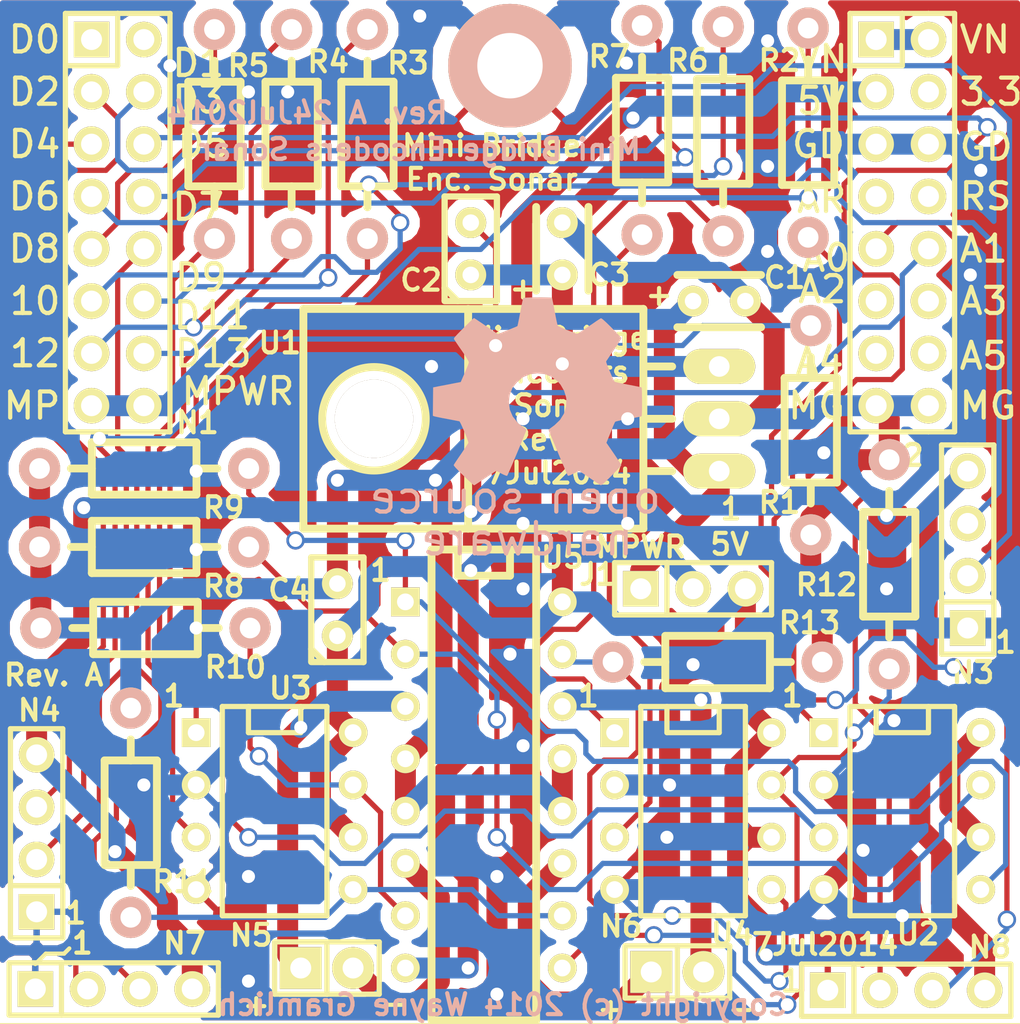
<source format=kicad_pcb>
(kicad_pcb (version 3) (host pcbnew "(2014-jan-25)-product")
  (layers (15 F.Cu signal) (0 B.Cu signal) (18 B.Paste user) (19 F.Paste user) (20 B.SilkS user hide) (21 F.SilkS user hide) (22 B.Mask user) (23 F.Mask user) (28 Edge.Cuts user))
  (net 0 "")
  (net 1 /MPWR)
  (net 2 /VIN)
  (net 3 /MGND)
  (net 4 /D2)
  (net 5 /D3)
  (net 6 /D4)
  (net 7 /D5)
  (net 8 /D6)
  (net 9 /D7)
  (net 10 /D8)
  (net 11 /D9)
  (net 12 /D10)
  (net 13 /D11)
  (net 14 /D12)
  (net 15 /D13)
  (net 16 /5V)
  (net 17 /A0)
  (net 18 /A1)
  (net 19 /M5V)
  (net 20 "Net-(C2-Pad2)")
  (net 21 GND)
  (net 22 /MOTOR_POWER)
  (net 23 "Net-(R2-Pad2)")
  (net 24 "Net-(R3-Pad2)")
  (net 25 "Net-(R4-Pad2)")
  (net 26 "Net-(R5-Pad2)")
  (net 27 "Net-(R6-Pad2)")
  (net 28 "Net-(R7-Pad2)")
  (net 29 "Net-(R8-Pad2)")
  (net 30 "Net-(R9-Pad2)")
  (net 31 "Net-(R10-Pad2)")
  (net 32 "Net-(R11-Pad2)")
  (net 33 "Net-(R12-Pad2)")
  (net 34 "Net-(R13-Pad2)")
  (net 35 /M1+)
  (net 36 /M1-)
  (net 37 /M2+)
  (net 38 /M2-)
  (module Mini_Bridge_Encoders_Sonar_Rev_A:OSHW_LOGO_400mil (layer B.Cu) (at 102.9335 122.4915)
    (fp_text reference G1 hide)
    (fp_text value OSHW_LOGO hide)
  )
  (module Mini_Bridge_Encoders_Sonar_Rev_A:Pin_Header_Straight_2x08 (layer F.Cu) (at 82.55 114.3 270)
    (fp_text reference N1 (at 9.7155 -3.8735 360) (layer F.SilkS) (effects (font (size 1.016 1.016) (thickness 0.2032))))
    (fp_text value MS_DATA_HEADER hide)
    (pad 1 thru_hole rect (at -8.89 1.27 270) (size 1.7272 1.7272) (drill 1.016) (layers *.Cu *.Mask F.SilkS))
    (pad 2 thru_hole oval (at -8.89 -1.27 270) (size 1.7272 1.7272) (drill 1.016) (layers *.Cu *.Mask F.SilkS))
    (pad 3 thru_hole oval (at -6.35 1.27 270) (size 1.7272 1.7272) (drill 1.016) (layers *.Cu *.Mask F.SilkS) (net 4 /D2))
    (pad 4 thru_hole oval (at -6.35 -1.27 270) (size 1.7272 1.7272) (drill 1.016) (layers *.Cu *.Mask F.SilkS) (net 5 /D3))
    (pad 5 thru_hole oval (at -3.81 1.27 270) (size 1.7272 1.7272) (drill 1.016) (layers *.Cu *.Mask F.SilkS) (net 6 /D4))
    (pad 6 thru_hole oval (at -3.81 -1.27 270) (size 1.7272 1.7272) (drill 1.016) (layers *.Cu *.Mask F.SilkS) (net 7 /D5))
    (pad 7 thru_hole oval (at -1.27 1.27 270) (size 1.7272 1.7272) (drill 1.016) (layers *.Cu *.Mask F.SilkS) (net 8 /D6))
    (pad 8 thru_hole oval (at -1.27 -1.27 270) (size 1.7272 1.7272) (drill 1.016) (layers *.Cu *.Mask F.SilkS) (net 9 /D7))
    (pad 9 thru_hole oval (at 1.27 1.27 270) (size 1.7272 1.7272) (drill 1.016) (layers *.Cu *.Mask F.SilkS) (net 10 /D8))
    (pad 10 thru_hole oval (at 1.27 -1.27 270) (size 1.7272 1.7272) (drill 1.016) (layers *.Cu *.Mask F.SilkS) (net 11 /D9))
    (pad 11 thru_hole oval (at 3.81 1.27 270) (size 1.7272 1.7272) (drill 1.016) (layers *.Cu *.Mask F.SilkS) (net 12 /D10))
    (pad 12 thru_hole oval (at 3.81 -1.27 270) (size 1.7272 1.7272) (drill 1.016) (layers *.Cu *.Mask F.SilkS) (net 13 /D11))
    (pad 13 thru_hole oval (at 6.35 1.27 270) (size 1.7272 1.7272) (drill 1.016) (layers *.Cu *.Mask F.SilkS) (net 14 /D12))
    (pad 14 thru_hole oval (at 6.35 -1.27 270) (size 1.7272 1.7272) (drill 1.016) (layers *.Cu *.Mask F.SilkS) (net 15 /D13))
    (pad 15 thru_hole oval (at 8.89 1.27 270) (size 1.7272 1.7272) (drill 1.016) (layers *.Cu *.Mask F.SilkS) (net 1 /MPWR))
    (pad 16 thru_hole oval (at 8.89 -1.27 270) (size 1.7272 1.7272) (drill 1.016) (layers *.Cu *.Mask F.SilkS) (net 1 /MPWR))
  )
  (module Mini_Bridge_Encoders_Sonar_Rev_A:Pin_Header_Straight_2x08 (layer F.Cu) (at 120.65 114.3 270)
    (fp_text reference N2 (at 11.303 0 360) (layer F.SilkS) (effects (font (size 1.016 1.016) (thickness 0.2032))))
    (fp_text value MS_PWR_HEADER hide)
    (pad 1 thru_hole rect (at -8.89 1.27 270) (size 1.7272 1.7272) (drill 1.016) (layers *.Cu *.Mask F.SilkS) (net 2 /VIN))
    (pad 2 thru_hole oval (at -8.89 -1.27 270) (size 1.7272 1.7272) (drill 1.016) (layers *.Cu *.Mask F.SilkS) (net 2 /VIN))
    (pad 3 thru_hole oval (at -6.35 1.27 270) (size 1.7272 1.7272) (drill 1.016) (layers *.Cu *.Mask F.SilkS) (net 16 /5V))
    (pad 4 thru_hole oval (at -6.35 -1.27 270) (size 1.7272 1.7272) (drill 1.016) (layers *.Cu *.Mask F.SilkS))
    (pad 5 thru_hole oval (at -3.81 1.27 270) (size 1.7272 1.7272) (drill 1.016) (layers *.Cu *.Mask F.SilkS) (net 21 GND))
    (pad 6 thru_hole oval (at -3.81 -1.27 270) (size 1.7272 1.7272) (drill 1.016) (layers *.Cu *.Mask F.SilkS) (net 21 GND))
    (pad 7 thru_hole oval (at -1.27 1.27 270) (size 1.7272 1.7272) (drill 1.016) (layers *.Cu *.Mask F.SilkS))
    (pad 8 thru_hole oval (at -1.27 -1.27 270) (size 1.7272 1.7272) (drill 1.016) (layers *.Cu *.Mask F.SilkS))
    (pad 9 thru_hole oval (at 1.27 1.27 270) (size 1.7272 1.7272) (drill 1.016) (layers *.Cu *.Mask F.SilkS) (net 17 /A0))
    (pad 10 thru_hole oval (at 1.27 -1.27 270) (size 1.7272 1.7272) (drill 1.016) (layers *.Cu *.Mask F.SilkS) (net 18 /A1))
    (pad 11 thru_hole oval (at 3.81 1.27 270) (size 1.7272 1.7272) (drill 1.016) (layers *.Cu *.Mask F.SilkS))
    (pad 12 thru_hole oval (at 3.81 -1.27 270) (size 1.7272 1.7272) (drill 1.016) (layers *.Cu *.Mask F.SilkS))
    (pad 13 thru_hole oval (at 6.35 1.27 270) (size 1.7272 1.7272) (drill 1.016) (layers *.Cu *.Mask F.SilkS))
    (pad 14 thru_hole oval (at 6.35 -1.27 270) (size 1.7272 1.7272) (drill 1.016) (layers *.Cu *.Mask F.SilkS))
    (pad 15 thru_hole oval (at 8.89 1.27 270) (size 1.7272 1.7272) (drill 1.016) (layers *.Cu *.Mask F.SilkS) (net 3 /MGND))
    (pad 16 thru_hole oval (at 8.89 -1.27 270) (size 1.7272 1.7272) (drill 1.016) (layers *.Cu *.Mask F.SilkS) (net 3 /MGND))
  )
  (module Mini_Bridge_Encoders_Sonar_Rev_A:Capacitor4x3RM2-5_RevB (layer F.Cu) (at 111.76 118.11)
    (fp_text reference C1 (at 3.175 -1.143 180) (layer F.SilkS) (effects (font (size 1.016 1.016) (thickness 0.2032))))
    (fp_text value 22uF hide)
    (pad 1 thru_hole circle (at -1.27 0) (size 1.50114 1.50114) (drill 0.8001) (layers *.Cu *.Mask F.SilkS) (net 1 /MPWR))
    (pad 2 thru_hole circle (at 1.27 0) (size 1.50114 1.50114) (drill 0.8001) (layers *.Cu *.Mask F.SilkS) (net 3 /MGND))
  )
  (module Mini_Bridge_Encoders_Sonar_Rev_A:Capacitor3MMDiscRM2.5 (layer F.Cu) (at 99.695 115.57 90)
    (fp_text reference C2 (at -1.524 -2.413 180) (layer F.SilkS) (effects (font (size 1.016 1.016) (thickness 0.2032))))
    (fp_text value .1uF hide)
    (pad 1 thru_hole circle (at -1.27 0 90) (size 1.50114 1.50114) (drill 0.8001) (layers *.Cu *.Mask F.SilkS) (net 19 /M5V))
    (pad 2 thru_hole circle (at 1.27 0 90) (size 1.50114 1.50114) (drill 0.8001) (layers *.Cu *.Mask F.SilkS) (net 20 "Net-(C2-Pad2)"))
  )
  (module Mini_Bridge_Encoders_Sonar_Rev_A:Capacitor4x3RM2-5_RevB (layer F.Cu) (at 104.14 115.57 90)
    (fp_text reference C3 (at -1.27 2.286 180) (layer F.SilkS) (effects (font (size 1.016 1.016) (thickness 0.2032))))
    (fp_text value 22uF hide)
    (pad 1 thru_hole circle (at -1.27 0 90) (size 1.50114 1.50114) (drill 0.8001) (layers *.Cu *.Mask F.SilkS) (net 19 /M5V))
    (pad 2 thru_hole circle (at 1.27 0 90) (size 1.50114 1.50114) (drill 0.8001) (layers *.Cu *.Mask F.SilkS) (net 3 /MGND))
  )
  (module Mini_Bridge_Encoders_Sonar_Rev_A:Capacitor3MMDiscRM2.5 (layer F.Cu) (at 93.218 133.096 90)
    (fp_text reference C4 (at 0.9525 -2.3495 180) (layer F.SilkS) (effects (font (size 1.016 1.016) (thickness 0.2032))))
    (fp_text value .1uF hide)
    (pad 1 thru_hole circle (at -1.27 0 90) (size 1.50114 1.50114) (drill 0.8001) (layers *.Cu *.Mask F.SilkS) (net 19 /M5V))
    (pad 2 thru_hole circle (at 1.27 0 90) (size 1.50114 1.50114) (drill 0.8001) (layers *.Cu *.Mask F.SilkS) (net 3 /MGND))
  )
  (module Mini_Bridge_Encoders_Sonar_Rev_A:Pin_Header_Straight_1x03 (layer F.Cu) (at 110.49 132.08)
    (fp_text reference J1 (at -4.6355 -0.6985) (layer F.SilkS) (effects (font (size 1.016 1.016) (thickness 0.2032))))
    (fp_text value POWER_SELECT hide)
    (pad 1 thru_hole rect (at -2.54 0) (size 1.7272 1.7272) (drill 1.016) (layers *.Cu *.Mask F.SilkS) (net 1 /MPWR))
    (pad 2 thru_hole circle (at 0 0) (size 1.7272 1.7272) (drill 1.016) (layers *.Cu *.Mask F.SilkS) (net 22 /MOTOR_POWER))
    (pad 3 thru_hole circle (at 2.54 0) (size 1.7272 1.7272) (drill 1.016) (layers *.Cu *.Mask F.SilkS) (net 19 /M5V))
  )
  (module Mini_Bridge_Encoders_Sonar_Rev_A:Pin_Header_Straight_1x04 (layer F.Cu) (at 123.825 130.175 90)
    (fp_text reference N3 (at -5.969 0.254 180) (layer F.SilkS) (effects (font (size 1.016 1.016) (thickness 0.2032))))
    (fp_text value ENCODER_CONNECTOR hide)
    (pad 1 thru_hole rect (at -3.81 0 90) (size 1.7272 1.7272) (drill 1.016) (layers *.Cu *.Mask F.SilkS) (net 21 GND))
    (pad 2 thru_hole oval (at -1.27 0 90) (size 1.7272 1.7272) (drill 1.016) (layers *.Cu *.Mask F.SilkS) (net 7 /D5))
    (pad 3 thru_hole oval (at 1.27 0 90) (size 1.7272 1.7272) (drill 1.016) (layers *.Cu *.Mask F.SilkS) (net 8 /D6))
    (pad 4 thru_hole oval (at 3.81 0 90) (size 1.7272 1.7272) (drill 1.016) (layers *.Cu *.Mask F.SilkS) (net 16 /5V))
  )
  (module Mini_Bridge_Encoders_Sonar_Rev_A:Pin_Header_Straight_1x04 (layer F.Cu) (at 78.613 143.9545 90)
    (fp_text reference N4 (at 5.969 0.127 180) (layer F.SilkS) (effects (font (size 1.016 1.016) (thickness 0.2032))))
    (fp_text value ENCODER_CONNECTOR hide)
    (pad 1 thru_hole rect (at -3.81 0 90) (size 1.7272 1.7272) (drill 1.016) (layers *.Cu *.Mask F.SilkS) (net 21 GND))
    (pad 2 thru_hole oval (at -1.27 0 90) (size 1.7272 1.7272) (drill 1.016) (layers *.Cu *.Mask F.SilkS) (net 4 /D2))
    (pad 3 thru_hole oval (at 1.27 0 90) (size 1.7272 1.7272) (drill 1.016) (layers *.Cu *.Mask F.SilkS) (net 6 /D4))
    (pad 4 thru_hole oval (at 3.81 0 90) (size 1.7272 1.7272) (drill 1.016) (layers *.Cu *.Mask F.SilkS) (net 16 /5V))
  )
  (module Mini_Bridge_Encoders_Sonar_Rev_A:Resistor_Horizontal_RM10mm (layer F.Cu) (at 116.205 124.46 90)
    (fp_text reference R1 (at -3.429 -1.524 180) (layer F.SilkS) (effects (font (size 1.016 1.016) (thickness 0.2032))))
    (fp_text value .47 hide)
    (pad 1 thru_hole circle (at -5.00126 0 90) (size 1.99898 1.99898) (drill 1.00076) (layers *.Cu *.SilkS *.Mask) (net 3 /MGND))
    (pad 2 thru_hole circle (at 5.15874 0 90) (size 1.99898 1.99898) (drill 1.00076) (layers *.Cu *.SilkS *.Mask) (net 20 "Net-(C2-Pad2)"))
  )
  (module Mini_Bridge_Encoders_Sonar_Rev_A:Resistor_Horizontal_RM10mm (layer F.Cu) (at 116.078 109.855 270)
    (fp_text reference R2 (at -3.429 1.397 360) (layer F.SilkS) (effects (font (size 1.016 1.016) (thickness 0.2032))))
    (fp_text value 470 hide)
    (pad 1 thru_hole circle (at -5.00126 0 270) (size 1.99898 1.99898) (drill 1.00076) (layers *.Cu *.SilkS *.Mask) (net 15 /D13))
    (pad 2 thru_hole circle (at 5.15874 0 270) (size 1.99898 1.99898) (drill 1.00076) (layers *.Cu *.SilkS *.Mask) (net 23 "Net-(R2-Pad2)"))
  )
  (module Mini_Bridge_Encoders_Sonar_Rev_A:Resistor_Horizontal_RM10mm (layer F.Cu) (at 94.6785 109.9185 270)
    (fp_text reference R3 (at -3.3655 -1.9685 360) (layer F.SilkS) (effects (font (size 1.016 1.016) (thickness 0.2032))))
    (fp_text value 470 hide)
    (pad 1 thru_hole circle (at -5.00126 0 270) (size 1.99898 1.99898) (drill 1.00076) (layers *.Cu *.SilkS *.Mask) (net 13 /D11))
    (pad 2 thru_hole circle (at 5.15874 0 270) (size 1.99898 1.99898) (drill 1.00076) (layers *.Cu *.SilkS *.Mask) (net 24 "Net-(R3-Pad2)"))
  )
  (module Mini_Bridge_Encoders_Sonar_Rev_A:Resistor_Horizontal_RM10mm (layer F.Cu) (at 90.9955 109.9185 270)
    (fp_text reference R4 (at -3.429 -1.778 360) (layer F.SilkS) (effects (font (size 1.016 1.016) (thickness 0.2032))))
    (fp_text value 470 hide)
    (pad 1 thru_hole circle (at -5.00126 0 270) (size 1.99898 1.99898) (drill 1.00076) (layers *.Cu *.SilkS *.Mask) (net 14 /D12))
    (pad 2 thru_hole circle (at 5.15874 0 270) (size 1.99898 1.99898) (drill 1.00076) (layers *.Cu *.SilkS *.Mask) (net 25 "Net-(R4-Pad2)"))
  )
  (module Mini_Bridge_Encoders_Sonar_Rev_A:Resistor_Horizontal_RM10mm (layer F.Cu) (at 87.249 109.9185 270)
    (fp_text reference R5 (at -3.2385 -1.651 360) (layer F.SilkS) (effects (font (size 1.016 1.016) (thickness 0.2032))))
    (fp_text value 470 hide)
    (pad 1 thru_hole circle (at -5.00126 0 270) (size 1.99898 1.99898) (drill 1.00076) (layers *.Cu *.SilkS *.Mask) (net 10 /D8))
    (pad 2 thru_hole circle (at 5.15874 0 270) (size 1.99898 1.99898) (drill 1.00076) (layers *.Cu *.SilkS *.Mask) (net 26 "Net-(R5-Pad2)"))
  )
  (module Mini_Bridge_Encoders_Sonar_Rev_A:Resistor_Horizontal_RM10mm (layer F.Cu) (at 111.9505 109.7915 270)
    (fp_text reference R6 (at -3.3655 1.7145 360) (layer F.SilkS) (effects (font (size 1.016 1.016) (thickness 0.2032))))
    (fp_text value 470 hide)
    (pad 1 thru_hole circle (at -5.00126 0 270) (size 1.99898 1.99898) (drill 1.00076) (layers *.Cu *.SilkS *.Mask) (net 12 /D10))
    (pad 2 thru_hole circle (at 5.15874 0 270) (size 1.99898 1.99898) (drill 1.00076) (layers *.Cu *.SilkS *.Mask) (net 27 "Net-(R6-Pad2)"))
  )
  (module Mini_Bridge_Encoders_Sonar_Rev_A:Resistor_Horizontal_RM10mm (layer F.Cu) (at 108.0135 109.728 270)
    (fp_text reference R7 (at -3.4925 1.5875 360) (layer F.SilkS) (effects (font (size 1.016 1.016) (thickness 0.2032))))
    (fp_text value 470 hide)
    (pad 1 thru_hole circle (at -5.00126 0 270) (size 1.99898 1.99898) (drill 1.00076) (layers *.Cu *.SilkS *.Mask) (net 9 /D7))
    (pad 2 thru_hole circle (at 5.15874 0 270) (size 1.99898 1.99898) (drill 1.00076) (layers *.Cu *.SilkS *.Mask) (net 28 "Net-(R7-Pad2)"))
  )
  (module Mini_Bridge_Encoders_Sonar_Rev_A:Resistor_Horizontal_RM10mm (layer F.Cu) (at 83.7565 130.048)
    (fp_text reference R8 (at 3.937 1.905) (layer F.SilkS) (effects (font (size 1.016 1.016) (thickness 0.2032))))
    (fp_text value 10K hide)
    (pad 1 thru_hole circle (at -5.00126 0) (size 1.99898 1.99898) (drill 1.00076) (layers *.Cu *.SilkS *.Mask) (net 3 /MGND))
    (pad 2 thru_hole circle (at 5.15874 0) (size 1.99898 1.99898) (drill 1.00076) (layers *.Cu *.SilkS *.Mask) (net 29 "Net-(R8-Pad2)"))
  )
  (module Mini_Bridge_Encoders_Sonar_Rev_A:Resistor_Horizontal_RM10mm (layer F.Cu) (at 83.7565 126.238)
    (fp_text reference R9 (at 3.937 1.905) (layer F.SilkS) (effects (font (size 1.016 1.016) (thickness 0.2032))))
    (fp_text value 10K hide)
    (pad 1 thru_hole circle (at -5.00126 0) (size 1.99898 1.99898) (drill 1.00076) (layers *.Cu *.SilkS *.Mask) (net 3 /MGND))
    (pad 2 thru_hole circle (at 5.15874 0) (size 1.99898 1.99898) (drill 1.00076) (layers *.Cu *.SilkS *.Mask) (net 30 "Net-(R9-Pad2)"))
  )
  (module Mini_Bridge_Encoders_Sonar_Rev_A:Resistor_Horizontal_RM10mm (layer F.Cu) (at 83.82 133.985)
    (fp_text reference R10 (at 4.445 1.905) (layer F.SilkS) (effects (font (size 1.016 1.016) (thickness 0.2032))))
    (fp_text value 10K hide)
    (pad 1 thru_hole circle (at -5.00126 0) (size 1.99898 1.99898) (drill 1.00076) (layers *.Cu *.SilkS *.Mask) (net 3 /MGND))
    (pad 2 thru_hole circle (at 5.15874 0) (size 1.99898 1.99898) (drill 1.00076) (layers *.Cu *.SilkS *.Mask) (net 31 "Net-(R10-Pad2)"))
  )
  (module Mini_Bridge_Encoders_Sonar_Rev_A:Resistor_Horizontal_RM10mm (layer F.Cu) (at 83.185 142.875 270)
    (fp_text reference R11 (at 3.429 -2.54 360) (layer F.SilkS) (effects (font (size 1.016 1.016) (thickness 0.2032))))
    (fp_text value 10K hide)
    (pad 1 thru_hole circle (at -5.00126 0 270) (size 1.99898 1.99898) (drill 1.00076) (layers *.Cu *.SilkS *.Mask) (net 3 /MGND))
    (pad 2 thru_hole circle (at 5.15874 0 270) (size 1.99898 1.99898) (drill 1.00076) (layers *.Cu *.SilkS *.Mask) (net 32 "Net-(R11-Pad2)"))
  )
  (module Mini_Bridge_Encoders_Sonar_Rev_A:Resistor_Horizontal_RM10mm (layer F.Cu) (at 120.015 130.81 270)
    (fp_text reference R12 (at 1.0795 3.048 360) (layer F.SilkS) (effects (font (size 1.016 1.016) (thickness 0.2032))))
    (fp_text value 10K hide)
    (pad 1 thru_hole circle (at -5.00126 0 270) (size 1.99898 1.99898) (drill 1.00076) (layers *.Cu *.SilkS *.Mask) (net 3 /MGND))
    (pad 2 thru_hole circle (at 5.15874 0 270) (size 1.99898 1.99898) (drill 1.00076) (layers *.Cu *.SilkS *.Mask) (net 33 "Net-(R12-Pad2)"))
  )
  (module Mini_Bridge_Encoders_Sonar_Rev_A:Resistor_Horizontal_RM10mm (layer F.Cu) (at 111.76 135.636 180)
    (fp_text reference R13 (at -4.3815 1.905 180) (layer F.SilkS) (effects (font (size 1.016 1.016) (thickness 0.2032))))
    (fp_text value 10K hide)
    (pad 1 thru_hole circle (at -5.00126 0 180) (size 1.99898 1.99898) (drill 1.00076) (layers *.Cu *.SilkS *.Mask) (net 3 /MGND))
    (pad 2 thru_hole circle (at 5.15874 0 180) (size 1.99898 1.99898) (drill 1.00076) (layers *.Cu *.SilkS *.Mask) (net 34 "Net-(R13-Pad2)"))
  )
  (module Mini_Bridge_Encoders_Sonar_Rev_A:DIP-8__300 (layer F.Cu) (at 120.65 142.875 270)
    (fp_text reference U2 (at 5.969 -0.762 360) (layer F.SilkS) (effects (font (size 1.016 1.016) (thickness 0.2032))))
    (fp_text value LTV-826 hide)
    (pad 1 thru_hole rect (at -3.81 3.81 270) (size 1.397 1.397) (drill 0.8128) (layers *.Cu *.Mask F.SilkS) (net 23 "Net-(R2-Pad2)"))
    (pad 2 thru_hole circle (at -1.27 3.81 270) (size 1.397 1.397) (drill 0.8128) (layers *.Cu *.Mask F.SilkS) (net 21 GND))
    (pad 3 thru_hole circle (at 1.27 3.81 270) (size 1.397 1.397) (drill 0.8128) (layers *.Cu *.Mask F.SilkS) (net 24 "Net-(R3-Pad2)"))
    (pad 4 thru_hole circle (at 3.81 3.81 270) (size 1.397 1.397) (drill 0.8128) (layers *.Cu *.Mask F.SilkS) (net 21 GND))
    (pad 5 thru_hole circle (at 3.81 -3.81 270) (size 1.397 1.397) (drill 0.8128) (layers *.Cu *.Mask F.SilkS) (net 30 "Net-(R9-Pad2)"))
    (pad 6 thru_hole circle (at 1.27 -3.81 270) (size 1.397 1.397) (drill 0.8128) (layers *.Cu *.Mask F.SilkS) (net 19 /M5V))
    (pad 7 thru_hole circle (at -1.27 -3.81 270) (size 1.397 1.397) (drill 0.8128) (layers *.Cu *.Mask F.SilkS) (net 29 "Net-(R8-Pad2)"))
    (pad 8 thru_hole circle (at -3.81 -3.81 270) (size 1.397 1.397) (drill 0.8128) (layers *.Cu *.Mask F.SilkS) (net 19 /M5V))
  )
  (module Mini_Bridge_Encoders_Sonar_Rev_A:DIP-8__300 (layer F.Cu) (at 90.17 142.875 270)
    (fp_text reference U3 (at -5.969 -0.762 360) (layer F.SilkS) (effects (font (size 1.016 1.016) (thickness 0.2032))))
    (fp_text value LTV-826 hide)
    (pad 1 thru_hole rect (at -3.81 3.81 270) (size 1.397 1.397) (drill 0.8128) (layers *.Cu *.Mask F.SilkS) (net 25 "Net-(R4-Pad2)"))
    (pad 2 thru_hole circle (at -1.27 3.81 270) (size 1.397 1.397) (drill 0.8128) (layers *.Cu *.Mask F.SilkS) (net 21 GND))
    (pad 3 thru_hole circle (at 1.27 3.81 270) (size 1.397 1.397) (drill 0.8128) (layers *.Cu *.Mask F.SilkS) (net 26 "Net-(R5-Pad2)"))
    (pad 4 thru_hole circle (at 3.81 3.81 270) (size 1.397 1.397) (drill 0.8128) (layers *.Cu *.Mask F.SilkS) (net 21 GND))
    (pad 5 thru_hole circle (at 3.81 -3.81 270) (size 1.397 1.397) (drill 0.8128) (layers *.Cu *.Mask F.SilkS) (net 32 "Net-(R11-Pad2)"))
    (pad 6 thru_hole circle (at 1.27 -3.81 270) (size 1.397 1.397) (drill 0.8128) (layers *.Cu *.Mask F.SilkS) (net 19 /M5V))
    (pad 7 thru_hole circle (at -1.27 -3.81 270) (size 1.397 1.397) (drill 0.8128) (layers *.Cu *.Mask F.SilkS) (net 31 "Net-(R10-Pad2)"))
    (pad 8 thru_hole circle (at -3.81 -3.81 270) (size 1.397 1.397) (drill 0.8128) (layers *.Cu *.Mask F.SilkS) (net 19 /M5V))
  )
  (module Mini_Bridge_Encoders_Sonar_Rev_A:DIP-8__300 (layer F.Cu) (at 110.49 142.875 270)
    (fp_text reference U4 (at 5.969 -1.905 360) (layer F.SilkS) (effects (font (size 1.016 1.016) (thickness 0.2032))))
    (fp_text value LTV-826 hide)
    (pad 1 thru_hole rect (at -3.81 3.81 270) (size 1.397 1.397) (drill 0.8128) (layers *.Cu *.Mask F.SilkS) (net 27 "Net-(R6-Pad2)"))
    (pad 2 thru_hole circle (at -1.27 3.81 270) (size 1.397 1.397) (drill 0.8128) (layers *.Cu *.Mask F.SilkS) (net 21 GND))
    (pad 3 thru_hole circle (at 1.27 3.81 270) (size 1.397 1.397) (drill 0.8128) (layers *.Cu *.Mask F.SilkS) (net 28 "Net-(R7-Pad2)"))
    (pad 4 thru_hole circle (at 3.81 3.81 270) (size 1.397 1.397) (drill 0.8128) (layers *.Cu *.Mask F.SilkS) (net 21 GND))
    (pad 5 thru_hole circle (at 3.81 -3.81 270) (size 1.397 1.397) (drill 0.8128) (layers *.Cu *.Mask F.SilkS) (net 34 "Net-(R13-Pad2)"))
    (pad 6 thru_hole circle (at 1.27 -3.81 270) (size 1.397 1.397) (drill 0.8128) (layers *.Cu *.Mask F.SilkS) (net 19 /M5V))
    (pad 7 thru_hole circle (at -1.27 -3.81 270) (size 1.397 1.397) (drill 0.8128) (layers *.Cu *.Mask F.SilkS) (net 33 "Net-(R12-Pad2)"))
    (pad 8 thru_hole circle (at -3.81 -3.81 270) (size 1.397 1.397) (drill 0.8128) (layers *.Cu *.Mask F.SilkS) (net 19 /M5V))
  )
  (module Mini_Bridge_Encoders_Sonar_Rev_A:DIP-16__300 (layer F.Cu) (at 100.33 141.605 270)
    (fp_text reference U5 (at -11.049 -3.81 360) (layer F.SilkS) (effects (font (size 1.016 1.016) (thickness 0.2032))))
    (fp_text value 754410 hide)
    (pad 1 thru_hole rect (at -8.89 3.81 270) (size 1.397 1.397) (drill 0.8128) (layers *.Cu *.Mask F.SilkS) (net 30 "Net-(R9-Pad2)"))
    (pad 2 thru_hole circle (at -6.35 3.81 270) (size 1.397 1.397) (drill 0.8128) (layers *.Cu *.Mask F.SilkS) (net 29 "Net-(R8-Pad2)"))
    (pad 3 thru_hole circle (at -3.81 3.81 270) (size 1.397 1.397) (drill 0.8128) (layers *.Cu *.Mask F.SilkS) (net 35 /M1+))
    (pad 4 thru_hole circle (at -1.27 3.81 270) (size 1.397 1.397) (drill 0.8128) (layers *.Cu *.Mask F.SilkS) (net 3 /MGND))
    (pad 5 thru_hole circle (at 1.27 3.81 270) (size 1.397 1.397) (drill 0.8128) (layers *.Cu *.Mask F.SilkS) (net 3 /MGND))
    (pad 6 thru_hole circle (at 3.81 3.81 270) (size 1.397 1.397) (drill 0.8128) (layers *.Cu *.Mask F.SilkS) (net 36 /M1-))
    (pad 7 thru_hole circle (at 6.35 3.81 270) (size 1.397 1.397) (drill 0.8128) (layers *.Cu *.Mask F.SilkS) (net 31 "Net-(R10-Pad2)"))
    (pad 8 thru_hole circle (at 8.89 3.81 270) (size 1.397 1.397) (drill 0.8128) (layers *.Cu *.Mask F.SilkS) (net 22 /MOTOR_POWER))
    (pad 9 thru_hole circle (at 8.89 -3.81 270) (size 1.397 1.397) (drill 0.8128) (layers *.Cu *.Mask F.SilkS) (net 33 "Net-(R12-Pad2)"))
    (pad 10 thru_hole circle (at 6.35 -3.81 270) (size 1.397 1.397) (drill 0.8128) (layers *.Cu *.Mask F.SilkS) (net 32 "Net-(R11-Pad2)"))
    (pad 11 thru_hole circle (at 3.81 -3.81 270) (size 1.397 1.397) (drill 0.8128) (layers *.Cu *.Mask F.SilkS) (net 37 /M2+))
    (pad 12 thru_hole circle (at 1.27 -3.81 270) (size 1.397 1.397) (drill 0.8128) (layers *.Cu *.Mask F.SilkS) (net 3 /MGND))
    (pad 13 thru_hole circle (at -1.27 -3.81 270) (size 1.397 1.397) (drill 0.8128) (layers *.Cu *.Mask F.SilkS) (net 3 /MGND))
    (pad 14 thru_hole circle (at -3.81 -3.81 270) (size 1.397 1.397) (drill 0.8128) (layers *.Cu *.Mask F.SilkS) (net 38 /M2-))
    (pad 15 thru_hole circle (at -6.35 -3.81 270) (size 1.397 1.397) (drill 0.8128) (layers *.Cu *.Mask F.SilkS) (net 34 "Net-(R13-Pad2)"))
    (pad 16 thru_hole circle (at -8.89 -3.81 270) (size 1.397 1.397) (drill 0.8128) (layers *.Cu *.Mask F.SilkS) (net 19 /M5V))
  )
  (module Mini_Bridge_Encoders_Sonar_Rev_A:Pin_Header_Straight_1x02 (layer F.Cu) (at 109.728 150.6855)
    (fp_text reference N6 (at -2.7305 -2.2225) (layer F.SilkS) (effects (font (size 1.016 1.016) (thickness 0.2032))))
    (fp_text value MOTOR_CONNECTOR hide)
    (pad 1 thru_hole rect (at -1.27 0) (size 2.032 2.032) (drill 1.016) (layers *.Cu *.Mask F.SilkS) (net 37 /M2+))
    (pad 2 thru_hole oval (at 1.27 0) (size 2.032 2.032) (drill 1.016) (layers *.Cu *.Mask F.SilkS) (net 38 /M2-))
  )
  (module Mini_Bridge_Encoders_Sonar_Rev_A:Pin_Header_Straight_1x02 (layer F.Cu) (at 92.71 150.495)
    (fp_text reference N5 (at -3.683 -1.5875) (layer F.SilkS) (effects (font (size 1.016 1.016) (thickness 0.2032))))
    (fp_text value MOTOR_CONNECTOR hide)
    (pad 1 thru_hole rect (at -1.27 0) (size 2.032 2.032) (drill 1.016) (layers *.Cu *.Mask F.SilkS) (net 35 /M1+))
    (pad 2 thru_hole oval (at 1.27 0) (size 2.032 2.032) (drill 1.016) (layers *.Cu *.Mask F.SilkS) (net 36 /M1-))
  )
  (module Mini_Bridge_Encoders_Sonar_Rev_A:Pin_Header_Straight_1x04 (layer F.Cu) (at 82.3595 151.511)
    (fp_text reference N7 (at 3.429 -2.2225) (layer F.SilkS) (effects (font (size 1.016 1.016) (thickness 0.2032))))
    (fp_text value HC_SR04_CONNECTOR hide)
    (pad 1 thru_hole rect (at -3.81 0) (size 1.7272 1.7272) (drill 1.016) (layers *.Cu *.Mask F.SilkS) (net 21 GND))
    (pad 2 thru_hole oval (at -1.27 0) (size 1.7272 1.7272) (drill 1.016) (layers *.Cu *.Mask F.SilkS) (net 18 /A1))
    (pad 3 thru_hole oval (at 1.27 0) (size 1.7272 1.7272) (drill 1.016) (layers *.Cu *.Mask F.SilkS) (net 11 /D9))
    (pad 4 thru_hole oval (at 3.81 0) (size 1.7272 1.7272) (drill 1.016) (layers *.Cu *.Mask F.SilkS) (net 16 /5V))
  )
  (module Mini_Bridge_Encoders_Sonar_Rev_A:Pin_Header_Straight_1x04 (layer F.Cu) (at 120.8405 151.5745)
    (fp_text reference N8 (at 4.064 -2.0955) (layer F.SilkS) (effects (font (size 1.016 1.016) (thickness 0.2032))))
    (fp_text value HC_SR04_CONNECTOR hide)
    (pad 1 thru_hole rect (at -3.81 0) (size 1.7272 1.7272) (drill 1.016) (layers *.Cu *.Mask F.SilkS) (net 21 GND))
    (pad 2 thru_hole oval (at -1.27 0) (size 1.7272 1.7272) (drill 1.016) (layers *.Cu *.Mask F.SilkS) (net 17 /A0))
    (pad 3 thru_hole oval (at 1.27 0) (size 1.7272 1.7272) (drill 1.016) (layers *.Cu *.Mask F.SilkS) (net 5 /D3))
    (pad 4 thru_hole oval (at 3.81 0) (size 1.7272 1.7272) (drill 1.016) (layers *.Cu *.Mask F.SilkS) (net 16 /5V))
  )
  (module Mini_Bridge_Encoders_Sonar_Rev_A:TO-220_Neutral123_Horizontal_LargePads (layer F.Cu) (at 111.76 123.825 90)
    (fp_text reference U1 (at 3.683 -21.336 180) (layer F.SilkS) (effects (font (size 1.016 1.016) (thickness 0.2032))))
    (fp_text value LM2940 hide)
    (pad 2 thru_hole oval (at 0 0 180) (size 3.50012 1.69926) (drill 1.00076) (layers *.Cu *.Mask F.SilkS) (net 3 /MGND))
    (pad 1 thru_hole oval (at -2.54 0 180) (size 3.50012 1.69926) (drill 1.00076) (layers *.Cu *.Mask F.SilkS) (net 1 /MPWR))
    (pad 3 thru_hole oval (at 2.54 0 180) (size 3.50012 1.69926) (drill 1.00076) (layers *.Cu *.Mask F.SilkS) (net 19 /M5V))
    (pad "" thru_hole circle (at 0 -16.764 180) (size 3.79984 3.79984) (drill 3.79984) (layers *.Cu *.Mask F.SilkS))
  )
  (module Mini_Bridge_Encoders_Sonar_Rev_A:MountingHole_3mm (layer F.Cu) (at 101.6 106.68)
    (fp_text reference H1 (at 0 0) (layer F.SilkS) (effects (font (size 1.016 1.016) (thickness 0.2032))))
    (fp_text value 3MM_HOLE hide)
    (pad 1 thru_hole circle (at 0 0) (size 6 6) (drill 3.175) (layers *.Cu *.SilkS *.Mask) (net 21 GND))
  )
  (gr_text 7Jul2014 (at 116.9035 149.352) (layer F.SilkS) (effects (font (size 1.016 1.016) (thickness 0.2032))))
  (gr_text "Rev. A" (at 79.4385 136.271) (layer F.SilkS) (effects (font (size 1.016 1.016) (thickness 0.2032))))
  (gr_text "Mini Bridge\nEnc. Sonar" (at 100.711 111.379) (layer F.SilkS) (effects (font (size 1.016 1.016) (thickness 0.2032))))
  (gr_text MPWR (at 85.5345 122.4915) (layer F.SilkS) (effects (font (size 1.27 1.27) (thickness 0.2032)) (justify left)))
  (gr_text MPWR (at 107.95 130.048) (layer F.SilkS) (effects (font (size 1.016 1.016) (thickness 0.2032))))
  (gr_text 5V (at 112.268 129.921) (layer F.SilkS) (effects (font (size 1.016 1.016) (thickness 0.2032))))
  (gr_text "Mini Bridge\nEncoders\nSonar\nRev. A\n7Jul2014" (at 103.9495 123.19) (layer F.SilkS) (effects (font (size 1.016 1.016) (thickness 0.2032))))
  (gr_text hardware (at 102.4255 129.667) (layer B.SilkS) (effects (font (thickness 0.2032)) (justify mirror)))
  (gr_text "open source" (at 101.854 127.635) (layer B.SilkS) (effects (font (thickness 0.2032)) (justify mirror)))
  (gr_text 1 (at 115.316 137.287) (layer F.SilkS) (effects (font (size 1.016 1.016) (thickness 0.2032))))
  (gr_text 1 (at 105.41 137.287) (layer F.SilkS) (effects (font (size 1.016 1.016) (thickness 0.2032))))
  (gr_text 1 (at 85.2805 137.287) (layer F.SilkS) (effects (font (size 1.016 1.016) (thickness 0.2032))))
  (gr_text 1 (at 95.3135 131.191) (layer F.SilkS) (effects (font (size 1.016 1.016) (thickness 0.2032))))
  (gr_text 1 (at 112.3315 128.2065) (layer F.SilkS) (effects (font (size 1.016 1.016) (thickness 0.2032))))
  (gr_line (start 79.9465 149.7965) (end 80.2005 149.5425) (angle 90) (layer F.SilkS) (width 0.2032))
  (gr_line (start 79.0575 149.7965) (end 79.9465 149.7965) (angle 90) (layer F.SilkS) (width 0.2032))
  (gr_line (start 78.5495 150.3045) (end 79.0575 149.7965) (angle 90) (layer F.SilkS) (width 0.2032))
  (gr_text 1 (at 80.8355 149.2885) (layer F.SilkS) (effects (font (size 1.016 1.016) (thickness 0.2032))))
  (gr_text 1 (at 80.518 147.828) (layer F.SilkS) (effects (font (size 1.016 1.016) (thickness 0.2032))))
  (gr_text 1 (at 115.2525 151.13) (layer F.SilkS) (effects (font (size 1.016 1.016) (thickness 0.2032))))
  (gr_text 1 (at 125.6665 134.6835) (layer F.SilkS) (effects (font (size 1.016 1.016) (thickness 0.2032))))
  (gr_text "Rev. A 24Jul2014" (at 91.7575 108.966) (layer B.SilkS) (effects (font (size 1.016 1.016) (thickness 0.2032)) (justify mirror)))
  (gr_text + (at 102.235 117.475) (layer F.SilkS) (effects (font (size 1.016 1.016) (thickness 0.2032))))
  (gr_text + (at 108.839 117.7925) (layer F.SilkS) (effects (font (size 1.016 1.016) (thickness 0.2032))))
  (gr_text - (at 95.9485 152.2095) (layer F.SilkS) (effects (font (size 1.016 1.016) (thickness 0.2032))))
  (gr_text + (at 89.281 152.273) (layer F.SilkS) (effects (font (size 1.016 1.016) (thickness 0.2032))))
  (gr_text - (at 112.8395 152.4635) (layer F.SilkS) (effects (font (size 1.016 1.016) (thickness 0.2032))))
  (gr_text + (at 106.4895 152.4635) (layer F.SilkS) (effects (font (size 1.016 1.016) (thickness 0.2032))))
  (gr_text "Mini Bridge Encoders Sonar" (at 97.2185 110.744) (layer B.SilkS) (effects (font (size 1.016 1.016) (thickness 0.2032)) (justify mirror)))
  (gr_text "Copyright (c) 2014 Wayne Gramlich" (at 101.2825 152.273) (layer B.SilkS) (effects (font (size 1.016 1.016) (thickness 0.2032)) (justify mirror)))
  (gr_text A5 (at 123.317 120.777) (layer F.SilkS) (effects (font (size 1.27 1.27) (thickness 0.2032)) (justify left)))
  (gr_text A3 (at 123.317 118.11) (layer F.SilkS) (effects (font (size 1.27 1.27) (thickness 0.2032)) (justify left)))
  (gr_text A1 (at 123.317 115.57) (layer F.SilkS) (effects (font (size 1.27 1.27) (thickness 0.2032)) (justify left)))
  (gr_text RS (at 123.317 113.03) (layer F.SilkS) (effects (font (size 1.27 1.27) (thickness 0.2032)) (justify left)))
  (gr_text GD (at 123.317 110.617) (layer F.SilkS) (effects (font (size 1.27 1.27) (thickness 0.2032)) (justify left)))
  (gr_text 3.3 (at 123.317 107.95) (layer F.SilkS) (effects (font (size 1.27 1.27) (thickness 0.2032)) (justify left)))
  (gr_text VN (at 123.317 105.41) (layer F.SilkS) (effects (font (size 1.27 1.27) (thickness 0.2032)) (justify left)))
  (gr_text MG (at 123.317 123.19) (layer F.SilkS) (effects (font (size 1.27 1.27) (thickness 0.2032)) (justify left)))
  (gr_text D13 (at 85.217 120.65) (layer F.SilkS) (effects (font (size 1.27 1.27) (thickness 0.2032)) (justify left)))
  (gr_text D11 (at 85.1535 118.8085) (layer F.SilkS) (effects (font (size 1.27 1.27) (thickness 0.2032)) (justify left)))
  (gr_text D9 (at 85.217 116.967) (layer F.SilkS) (effects (font (size 1.27 1.27) (thickness 0.2032)) (justify left)))
  (gr_text D7 (at 85.09 113.538) (layer F.SilkS) (effects (font (size 1.27 1.27) (thickness 0.2032)) (justify left)))
  (gr_text D5 (at 85.344 110.49) (layer F.SilkS) (effects (font (size 1.27 1.27) (thickness 0.2032)) (justify left)))
  (gr_text D3 (at 85.09 108.331) (layer F.SilkS) (effects (font (size 1.27 1.27) (thickness 0.2032)) (justify left)))
  (gr_text D1 (at 85.09 106.553) (layer F.SilkS) (effects (font (size 1.27 1.27) (thickness 0.2032)) (justify left)))
  (gr_text MG (at 117.983 123.19) (layer F.SilkS) (effects (font (size 1.27 1.27) (thickness 0.2032)) (justify right)))
  (gr_text A4 (at 117.9195 121.031) (layer F.SilkS) (effects (font (size 1.27 1.27) (thickness 0.2032)) (justify right)))
  (gr_text A2 (at 118.0465 117.5385) (layer F.SilkS) (effects (font (size 1.27 1.27) (thickness 0.2032)) (justify right)))
  (gr_text A0 (at 118.237 116.0145) (layer F.SilkS) (effects (font (size 1.27 1.27) (thickness 0.2032)) (justify right)))
  (gr_text AR (at 118.0465 113.157) (layer F.SilkS) (effects (font (size 1.27 1.27) (thickness 0.2032)) (justify right)))
  (gr_text GD (at 117.983 110.49) (layer F.SilkS) (effects (font (size 1.27 1.27) (thickness 0.2032)) (justify right)))
  (gr_text 5V (at 117.983 108.3945) (layer F.SilkS) (effects (font (size 1.27 1.27) (thickness 0.2032)) (justify right)))
  (gr_text VN (at 118.11 106.3625) (layer F.SilkS) (effects (font (size 1.27 1.27) (thickness 0.2032)) (justify right)))
  (gr_text MP (at 79.883 123.19) (layer F.SilkS) (effects (font (size 1.27 1.27) (thickness 0.2032)) (justify right)))
  (gr_text 12 (at 79.883 120.65) (layer F.SilkS) (effects (font (size 1.27 1.27) (thickness 0.2032)) (justify right)))
  (gr_text 10 (at 79.883 118.11) (layer F.SilkS) (effects (font (size 1.27 1.27) (thickness 0.2032)) (justify right)))
  (gr_text D8 (at 79.883 115.57) (layer F.SilkS) (effects (font (size 1.27 1.27) (thickness 0.2032)) (justify right)))
  (gr_text D6 (at 79.883 113.03) (layer F.SilkS) (effects (font (size 1.27 1.27) (thickness 0.2032)) (justify right)))
  (gr_text D4 (at 79.883 110.49) (layer F.SilkS) (effects (font (size 1.27 1.27) (thickness 0.2032)) (justify right)))
  (gr_text D2 (at 79.883 107.95) (layer F.SilkS) (effects (font (size 1.27 1.27) (thickness 0.2032)) (justify right)))
  (gr_text D0 (at 79.883 105.41) (layer F.SilkS) (effects (font (size 1.27 1.27) (thickness 0.2032)) (justify right)))
  (gr_line (start 126.600001 103.269999) (end 126.600001 153.270001) (angle 90) (layer F.SilkS) (width 0.2032))
  (gr_line (start 126.600001 153.270001) (end 76.599999 153.270001) (angle 90) (layer F.SilkS) (width 0.2032))
  (gr_line (start 76.599999 103.269999) (end 76.599999 153.270001) (angle 90) (layer F.SilkS) (width 0.2032))
  (gr_line (start 76.599999 103.269999) (end 126.600001 103.269999) (angle 90) (layer F.SilkS) (width 0.2032))
  (segment (start 107.95 132.08) (end 107.95 131.191) (width 1.016) (layer F.Cu) (net 1))
  (segment (start 111.76 127.381) (end 111.76 126.365) (width 1.016) (layer F.Cu) (net 1))
  (segment (start 107.95 131.191) (end 111.76 127.381) (width 1.016) (layer F.Cu) (net 1))
  (segment (start 111.76 126.365) (end 110.49 126.365) (width 1.016) (layer F.Cu) (net 1))
  (segment (start 110.49 126.365) (end 109.093 124.968) (width 1.016) (layer F.Cu) (net 1))
  (segment (start 109.093 119.507) (end 110.49 118.11) (width 1.016) (layer F.Cu) (net 1))
  (segment (start 109.093 124.968) (end 109.093 119.507) (width 1.016) (layer F.Cu) (net 1))
  (segment (start 111.76 126.365) (end 110.617 126.365) (width 1.016) (layer F.Cu) (net 1))
  (segment (start 111.76 126.365) (end 110.5535 126.365) (width 1.016) (layer F.Cu) (net 1))
  (segment (start 83.82 123.19) (end 81.28 123.19) (width 1.016) (layer B.Cu) (net 1))
  (segment (start 84.963 123.19) (end 89.154 118.999) (width 1.016) (layer B.Cu) (net 1))
  (segment (start 89.154 118.999) (end 109.601 118.999) (width 1.016) (layer B.Cu) (net 1))
  (segment (start 109.601 118.999) (end 110.49 118.11) (width 1.016) (layer B.Cu) (net 1))
  (segment (start 83.82 123.19) (end 84.963 123.19) (width 1.016) (layer B.Cu) (net 1))
  (segment (start 121.92 105.41) (end 119.38 105.41) (width 1.016) (layer B.Cu) (net 2))
  (segment (start 78.81874 133.985) (end 78.81874 130.1115) (width 1.016) (layer F.Cu) (net 3))
  (segment (start 78.81874 130.1115) (end 78.75524 130.048) (width 1.016) (layer F.Cu) (net 3))
  (segment (start 78.75524 130.048) (end 78.75524 126.238) (width 1.016) (layer F.Cu) (net 3))
  (segment (start 93.218 131.826) (end 92.964 132.08) (width 1.016) (layer B.Cu) (net 3))
  (segment (start 92.964 132.08) (end 85.217 132.08) (width 1.016) (layer B.Cu) (net 3))
  (segment (start 96.52 140.335) (end 98.297998 138.557002) (width 1.016) (layer F.Cu) (net 3))
  (via (at 97.9805 126.8095) (size 0.889) (layers F.Cu B.Cu) (net 3))
  (segment (start 98.297998 127.126998) (end 97.9805 126.8095) (width 1.016) (layer F.Cu) (net 3))
  (segment (start 98.297998 131.317998) (end 98.297998 127.126998) (width 1.016) (layer F.Cu) (net 3))
  (segment (start 98.297998 138.557002) (end 98.297998 131.317998) (width 1.016) (layer F.Cu) (net 3))
  (segment (start 93.218 131.826) (end 93.218 126.8095) (width 1.016) (layer F.Cu) (net 3))
  (via (at 93.218 126.8095) (size 0.889) (layers F.Cu B.Cu) (net 3))
  (segment (start 93.218 126.8095) (end 97.9805 126.8095) (width 1.016) (layer B.Cu) (net 3))
  (segment (start 116.205 129.46126) (end 116.36248 129.46126) (width 1.016) (layer F.Cu) (net 3))
  (segment (start 120.015 125.80874) (end 120.015 123.825) (width 1.016) (layer F.Cu) (net 3))
  (segment (start 120.015 123.825) (end 119.38 123.19) (width 1.016) (layer F.Cu) (net 3))
  (segment (start 110.8075 123.825) (end 111.76 123.825) (width 1.016) (layer B.Cu) (net 3))
  (segment (start 104.14 140.335) (end 104.14 142.875) (width 1.016) (layer F.Cu) (net 3))
  (segment (start 96.52 140.335) (end 96.52 142.875) (width 1.016) (layer F.Cu) (net 3))
  (segment (start 121.92 123.19) (end 119.38 123.19) (width 1.016) (layer B.Cu) (net 3))
  (segment (start 106.807 116.713) (end 104.394 114.3) (width 1.016) (layer B.Cu) (net 3))
  (segment (start 108.9025 116.713) (end 106.807 116.713) (width 1.016) (layer B.Cu) (net 3))
  (segment (start 109.2835 116.332) (end 108.9025 116.713) (width 1.016) (layer B.Cu) (net 3))
  (segment (start 110.744 116.332) (end 109.2835 116.332) (width 1.016) (layer B.Cu) (net 3))
  (segment (start 111.125 116.713) (end 110.744 116.332) (width 1.016) (layer B.Cu) (net 3))
  (segment (start 111.76 116.713) (end 111.125 116.713) (width 1.016) (layer B.Cu) (net 3))
  (segment (start 113.03 117.983) (end 111.76 116.713) (width 1.016) (layer B.Cu) (net 3))
  (segment (start 113.03 118.11) (end 113.03 117.983) (width 1.016) (layer B.Cu) (net 3))
  (segment (start 114.427 119.507) (end 113.03 118.11) (width 1.016) (layer F.Cu) (net 3))
  (segment (start 114.427 122.682) (end 114.427 119.507) (width 1.016) (layer F.Cu) (net 3))
  (segment (start 113.284 123.825) (end 114.427 122.682) (width 1.016) (layer F.Cu) (net 3))
  (segment (start 111.76 123.825) (end 113.284 123.825) (width 1.016) (layer F.Cu) (net 3))
  (segment (start 116.713 123.19) (end 116.078 123.825) (width 1.016) (layer B.Cu) (net 3))
  (segment (start 119.38 123.19) (end 116.713 123.19) (width 1.016) (layer B.Cu) (net 3))
  (segment (start 116.078 123.825) (end 111.76 123.825) (width 1.016) (layer B.Cu) (net 3))
  (segment (start 116.93652 135.81126) (end 116.76126 135.636) (width 1.016) (layer B.Cu) (net 3))
  (segment (start 116.76126 132.95376) (end 116.205 132.3975) (width 1.016) (layer F.Cu) (net 3))
  (segment (start 116.205 132.3975) (end 116.205 129.46126) (width 1.016) (layer F.Cu) (net 3))
  (segment (start 116.76126 135.636) (end 116.76126 132.95376) (width 1.016) (layer F.Cu) (net 3))
  (segment (start 83.185 134.112) (end 85.217 132.08) (width 1.016) (layer B.Cu) (net 3))
  (segment (start 83.185 137.87374) (end 83.185 134.112) (width 1.016) (layer B.Cu) (net 3))
  (segment (start 83.058 133.985) (end 83.185 134.112) (width 1.016) (layer B.Cu) (net 3))
  (segment (start 78.81874 133.985) (end 83.058 133.985) (width 1.016) (layer B.Cu) (net 3))
  (segment (start 109.347 125.2855) (end 110.8075 123.825) (width 1.016) (layer B.Cu) (net 3))
  (segment (start 99.5045 125.2855) (end 109.347 125.2855) (width 1.016) (layer B.Cu) (net 3))
  (segment (start 97.9805 126.8095) (end 99.5045 125.2855) (width 1.016) (layer B.Cu) (net 3))
  (segment (start 106.553 116.713) (end 106.807 116.713) (width 1.016) (layer B.Cu) (net 3))
  (segment (start 104.14 114.3) (end 106.553 116.713) (width 1.016) (layer B.Cu) (net 3))
  (segment (start 97.79 141.605) (end 102.87 141.605) (width 1.016) (layer B.Cu) (net 3))
  (segment (start 102.87 141.605) (end 104.14 142.875) (width 1.016) (layer B.Cu) (net 3))
  (segment (start 96.52 142.875) (end 97.79 141.605) (width 1.016) (layer B.Cu) (net 3))
  (segment (start 116.205 128.651) (end 116.205 129.46126) (width 1.016) (layer F.Cu) (net 3))
  (segment (start 118.53926 125.80874) (end 116.84 127.508) (width 1.016) (layer F.Cu) (net 3))
  (segment (start 116.84 127.508) (end 116.84 128.016) (width 1.016) (layer F.Cu) (net 3))
  (segment (start 116.84 128.016) (end 116.205 128.651) (width 1.016) (layer F.Cu) (net 3))
  (segment (start 120.015 125.80874) (end 118.53926 125.80874) (width 1.016) (layer F.Cu) (net 3))
  (segment (start 81.28 107.95) (end 82.55 109.22) (width 0.254) (layer F.Cu) (net 4))
  (segment (start 79.502 123.825) (end 82.423 126.746) (width 0.254) (layer F.Cu) (net 4))
  (segment (start 79.502 112.5855) (end 79.502 123.825) (width 0.254) (layer F.Cu) (net 4))
  (segment (start 80.3275 111.76) (end 79.502 112.5855) (width 0.254) (layer F.Cu) (net 4))
  (segment (start 81.9785 111.76) (end 80.3275 111.76) (width 0.254) (layer F.Cu) (net 4))
  (segment (start 82.55 111.1885) (end 81.9785 111.76) (width 0.254) (layer F.Cu) (net 4))
  (segment (start 82.55 109.22) (end 82.55 111.1885) (width 0.254) (layer F.Cu) (net 4))
  (segment (start 78.613 145.2245) (end 80.899 142.9385) (width 0.254) (layer F.Cu) (net 4))
  (segment (start 82.423 135.255) (end 80.899 136.779) (width 0.254) (layer F.Cu) (net 4))
  (segment (start 80.899 136.779) (end 80.899 142.9385) (width 0.254) (layer F.Cu) (net 4))
  (segment (start 82.423 126.746) (end 82.423 135.255) (width 0.254) (layer F.Cu) (net 4))
  (segment (start 82.55 109.22) (end 82.55 111.252) (width 0.254) (layer B.Cu) (net 5))
  (segment (start 82.55 111.252) (end 83.058 111.76) (width 0.254) (layer B.Cu) (net 5))
  (segment (start 83.058 111.76) (end 84.963 111.76) (width 0.254) (layer B.Cu) (net 5))
  (segment (start 84.963 111.76) (end 85.9155 110.8075) (width 0.254) (layer B.Cu) (net 5))
  (segment (start 85.9155 110.8075) (end 108.2675 110.8075) (width 0.254) (layer B.Cu) (net 5))
  (segment (start 108.2675 110.8075) (end 108.966 110.109) (width 0.254) (layer B.Cu) (net 5))
  (segment (start 108.966 110.109) (end 114.3635 110.109) (width 0.254) (layer B.Cu) (net 5))
  (segment (start 114.3635 110.109) (end 115.2525 109.22) (width 0.254) (layer B.Cu) (net 5))
  (segment (start 115.2525 109.22) (end 124.333 109.22) (width 0.254) (layer B.Cu) (net 5))
  (segment (start 124.333 109.22) (end 124.7775 109.6645) (width 0.254) (layer B.Cu) (net 5))
  (via (at 124.7775 109.6645) (size 0.889) (layers F.Cu B.Cu) (net 5))
  (segment (start 125.73 138.1125) (end 125.73 148.1455) (width 0.254) (layer F.Cu) (net 5))
  (via (at 125.73 148.1455) (size 0.889) (layers F.Cu B.Cu) (net 5))
  (segment (start 83.82 107.95) (end 82.55 109.22) (width 0.254) (layer B.Cu) (net 5))
  (segment (start 117.9195 137.4775) (end 118.4275 136.9695) (width 0.254) (layer B.Cu) (net 5))
  (segment (start 118.4275 136.9695) (end 118.4275 135.3185) (width 0.254) (layer B.Cu) (net 5))
  (segment (start 118.4275 135.3185) (end 119.253 134.493) (width 0.254) (layer B.Cu) (net 5))
  (segment (start 119.253 134.493) (end 120.777 134.493) (width 0.254) (layer B.Cu) (net 5))
  (segment (start 120.777 134.493) (end 120.8024 134.5184) (width 0.254) (layer B.Cu) (net 5))
  (segment (start 125.71095 138.09345) (end 125.73 138.1125) (width 0.254) (layer F.Cu) (net 5))
  (segment (start 124.7775 109.6645) (end 124.7775 109.855) (width 0.254) (layer F.Cu) (net 5))
  (via (at 117.4115 137.4775) (size 0.889) (layers F.Cu B.Cu) (net 5))
  (segment (start 116.2685 137.4775) (end 117.4115 137.4775) (width 0.254) (layer F.Cu) (net 5))
  (segment (start 115.3795 136.5885) (end 116.2685 137.4775) (width 0.254) (layer F.Cu) (net 5))
  (segment (start 115.3795 133.223) (end 115.3795 136.5885) (width 0.254) (layer F.Cu) (net 5))
  (segment (start 115.252502 133.096002) (end 115.3795 133.223) (width 0.254) (layer F.Cu) (net 5))
  (segment (start 115.252502 131.445004) (end 115.252502 133.096002) (width 0.254) (layer F.Cu) (net 5))
  (segment (start 114.427 130.619502) (end 115.252502 131.445004) (width 0.254) (layer F.Cu) (net 5))
  (segment (start 114.427 128.7145) (end 114.427 130.619502) (width 0.254) (layer F.Cu) (net 5))
  (segment (start 115.316 127.8255) (end 114.427 128.7145) (width 0.254) (layer F.Cu) (net 5))
  (segment (start 115.316 125.0315) (end 115.316 127.8255) (width 0.254) (layer F.Cu) (net 5))
  (segment (start 118.4275 121.92) (end 115.316 125.0315) (width 0.254) (layer F.Cu) (net 5))
  (segment (start 120.142 121.92) (end 118.4275 121.92) (width 0.254) (layer F.Cu) (net 5))
  (segment (start 120.65 121.412) (end 120.142 121.92) (width 0.254) (layer F.Cu) (net 5))
  (segment (start 120.65 117.348) (end 120.65 121.412) (width 0.254) (layer F.Cu) (net 5))
  (segment (start 120.142 116.84) (end 120.65 117.348) (width 0.254) (layer F.Cu) (net 5))
  (segment (start 118.745 116.84) (end 120.142 116.84) (width 0.254) (layer F.Cu) (net 5))
  (segment (start 117.826592 115.921592) (end 118.745 116.84) (width 0.254) (layer F.Cu) (net 5))
  (segment (start 117.826592 112.424408) (end 117.826592 115.921592) (width 0.254) (layer F.Cu) (net 5))
  (segment (start 118.491 111.76) (end 117.826592 112.424408) (width 0.254) (layer F.Cu) (net 5))
  (segment (start 122.8725 111.76) (end 118.491 111.76) (width 0.254) (layer F.Cu) (net 5))
  (segment (start 124.7775 109.855) (end 122.8725 111.76) (width 0.254) (layer F.Cu) (net 5))
  (segment (start 117.4115 137.4775) (end 117.9195 137.4775) (width 0.254) (layer B.Cu) (net 5))
  (segment (start 122.174 135.89) (end 120.8024 134.5184) (width 0.254) (layer B.Cu) (net 5))
  (segment (start 123.1392 135.89) (end 122.174 135.89) (width 0.254) (layer B.Cu) (net 5))
  (via (at 123.1392 135.89) (size 0.889) (layers F.Cu B.Cu) (net 5))
  (segment (start 123.5075 135.89) (end 123.1392 135.89) (width 0.254) (layer F.Cu) (net 5))
  (segment (start 125.71095 138.09345) (end 123.5075 135.89) (width 0.254) (layer F.Cu) (net 5))
  (segment (start 125.73 148.59) (end 125.73 148.1455) (width 0.254) (layer B.Cu) (net 5))
  (segment (start 122.7455 151.5745) (end 125.73 148.59) (width 0.254) (layer B.Cu) (net 5))
  (segment (start 122.1105 151.5745) (end 122.7455 151.5745) (width 0.254) (layer B.Cu) (net 5))
  (segment (start 78.613 142.6845) (end 80.2005 141.097) (width 0.254) (layer F.Cu) (net 6))
  (segment (start 81.8515 134.874) (end 80.2005 136.525) (width 0.254) (layer F.Cu) (net 6))
  (segment (start 80.2005 136.525) (end 80.2005 141.097) (width 0.254) (layer F.Cu) (net 6))
  (segment (start 81.8515 127.127) (end 78.5495 123.825) (width 0.254) (layer F.Cu) (net 6))
  (segment (start 79.8195 110.49) (end 78.5495 111.76) (width 0.254) (layer F.Cu) (net 6))
  (segment (start 78.5495 111.76) (end 78.5495 123.825) (width 0.254) (layer F.Cu) (net 6))
  (segment (start 81.28 110.49) (end 79.8195 110.49) (width 0.254) (layer F.Cu) (net 6))
  (segment (start 81.8515 127.127) (end 81.8515 134.874) (width 0.254) (layer F.Cu) (net 6))
  (segment (start 83.82 110.49) (end 83.375502 110.934498) (width 0.254) (layer B.Cu) (net 7))
  (segment (start 107.5055 107.696) (end 113.411 107.696) (width 0.254) (layer B.Cu) (net 7))
  (segment (start 113.411 107.696) (end 114.427 106.68) (width 0.254) (layer B.Cu) (net 7))
  (segment (start 114.427 106.68) (end 123.19 106.68) (width 0.254) (layer B.Cu) (net 7))
  (segment (start 123.19 106.68) (end 125.857002 109.347002) (width 0.254) (layer B.Cu) (net 7))
  (segment (start 125.857002 109.347002) (end 125.857002 129.412998) (width 0.254) (layer B.Cu) (net 7))
  (segment (start 125.857002 129.412998) (end 123.825 131.445) (width 0.254) (layer B.Cu) (net 7))
  (segment (start 105.029 110.1725) (end 107.5055 107.696) (width 0.254) (layer B.Cu) (net 7))
  (segment (start 84.1375 110.1725) (end 105.029 110.1725) (width 0.254) (layer B.Cu) (net 7))
  (segment (start 83.82 110.49) (end 84.1375 110.1725) (width 0.254) (layer B.Cu) (net 7))
  (segment (start 81.28 113.03) (end 82.55 114.3) (width 0.254) (layer B.Cu) (net 8))
  (segment (start 98.679 112.522) (end 115.443 112.522) (width 0.254) (layer B.Cu) (net 8))
  (segment (start 82.55 114.3) (end 85.6615 114.3) (width 0.254) (layer B.Cu) (net 8))
  (segment (start 116.205 111.76) (end 115.443 112.522) (width 0.254) (layer B.Cu) (net 8))
  (segment (start 116.84 111.76) (end 116.205 111.76) (width 0.254) (layer B.Cu) (net 8))
  (segment (start 123.825 128.905) (end 125.349 127.381) (width 0.254) (layer B.Cu) (net 8))
  (segment (start 125.349 127.381) (end 125.349 115.57) (width 0.254) (layer B.Cu) (net 8))
  (segment (start 86.614 113.3475) (end 97.8535 113.3475) (width 0.254) (layer B.Cu) (net 8))
  (segment (start 97.8535 113.3475) (end 98.679 112.522) (width 0.254) (layer B.Cu) (net 8))
  (segment (start 85.6615 114.3) (end 86.614 113.3475) (width 0.254) (layer B.Cu) (net 8))
  (segment (start 117.475 112.395) (end 117.475 113.03) (width 0.254) (layer B.Cu) (net 8))
  (segment (start 117.475 113.03) (end 118.745 114.3) (width 0.254) (layer B.Cu) (net 8))
  (segment (start 118.745 114.3) (end 124.079 114.3) (width 0.254) (layer B.Cu) (net 8))
  (segment (start 124.079 114.3) (end 125.349 115.57) (width 0.254) (layer B.Cu) (net 8))
  (segment (start 116.84 111.76) (end 117.475 112.395) (width 0.254) (layer B.Cu) (net 8))
  (segment (start 108.6485 105.36174) (end 108.0135 104.72674) (width 0.254) (layer F.Cu) (net 9))
  (segment (start 85.2805 113.03) (end 86.868 111.4425) (width 0.254) (layer B.Cu) (net 9))
  (segment (start 83.82 113.03) (end 85.2805 113.03) (width 0.254) (layer B.Cu) (net 9))
  (segment (start 109.7915 111.4425) (end 110.109 111.125) (width 0.254) (layer B.Cu) (net 9))
  (via (at 110.109 111.125) (size 0.889) (layers F.Cu B.Cu) (net 9))
  (segment (start 110.109 111.125) (end 108.839 109.855) (width 0.254) (layer F.Cu) (net 9))
  (segment (start 108.839 109.855) (end 108.839 105.55224) (width 0.254) (layer F.Cu) (net 9))
  (segment (start 108.839 105.55224) (end 108.0135 104.72674) (width 0.254) (layer F.Cu) (net 9))
  (segment (start 86.868 111.4425) (end 109.7915 111.4425) (width 0.254) (layer B.Cu) (net 9))
  (segment (start 81.28 115.57) (end 82.55 114.3) (width 0.254) (layer F.Cu) (net 10))
  (segment (start 87.249 109.2835) (end 87.249 104.91724) (width 0.254) (layer F.Cu) (net 10))
  (segment (start 84.7725 111.76) (end 87.249 109.2835) (width 0.254) (layer F.Cu) (net 10))
  (segment (start 83.185 111.76) (end 84.7725 111.76) (width 0.254) (layer F.Cu) (net 10))
  (segment (start 82.55 112.395) (end 83.185 111.76) (width 0.254) (layer F.Cu) (net 10))
  (segment (start 82.55 114.3) (end 82.55 112.395) (width 0.254) (layer F.Cu) (net 10))
  (segment (start 81.407 144.3355) (end 81.407 149.2885) (width 0.254) (layer F.Cu) (net 11))
  (segment (start 81.407 149.2885) (end 83.6295 151.511) (width 0.254) (layer F.Cu) (net 11))
  (segment (start 82.55 116.84) (end 82.55 125.222) (width 0.254) (layer F.Cu) (net 11))
  (segment (start 84.6455 137.0711) (end 84.6455 138.4935) (width 0.254) (layer F.Cu) (net 11))
  (segment (start 83.82 115.57) (end 82.55 116.84) (width 0.254) (layer F.Cu) (net 11))
  (segment (start 82.4865 143.256) (end 82.4865 140.6525) (width 0.254) (layer F.Cu) (net 11))
  (segment (start 82.4865 140.6525) (end 84.6455 138.4935) (width 0.254) (layer F.Cu) (net 11))
  (segment (start 81.407 144.3355) (end 82.4865 143.256) (width 0.254) (layer F.Cu) (net 11))
  (segment (start 83.477102 126.149102) (end 83.477102 135.902702) (width 0.254) (layer F.Cu) (net 11))
  (segment (start 83.477102 135.902702) (end 84.6455 137.0711) (width 0.254) (layer F.Cu) (net 11))
  (segment (start 82.55 125.222) (end 83.477102 126.149102) (width 0.254) (layer F.Cu) (net 11))
  (segment (start 82.55 116.84) (end 81.28 118.11) (width 0.254) (layer B.Cu) (net 12))
  (via (at 111.9505 111.5695) (size 0.889) (layers F.Cu B.Cu) (net 12))
  (segment (start 111.9505 104.79024) (end 111.9505 111.5695) (width 0.254) (layer F.Cu) (net 12))
  (segment (start 111.506002 112.013998) (end 111.9505 111.5695) (width 0.254) (layer B.Cu) (net 12))
  (segment (start 91.567 116.84) (end 92.456 115.951) (width 0.254) (layer B.Cu) (net 12))
  (segment (start 92.456 115.951) (end 93.091 115.951) (width 0.254) (layer B.Cu) (net 12))
  (segment (start 93.091 115.951) (end 93.853 116.713) (width 0.254) (layer B.Cu) (net 12))
  (segment (start 93.853 116.713) (end 95.123 116.713) (width 0.254) (layer B.Cu) (net 12))
  (segment (start 82.55 116.84) (end 91.567 116.84) (width 0.254) (layer B.Cu) (net 12))
  (segment (start 96.266 115.57) (end 96.266 114.3) (width 0.254) (layer B.Cu) (net 12))
  (via (at 96.266 114.3) (size 0.889) (layers F.Cu B.Cu) (net 12))
  (segment (start 95.123 116.713) (end 96.266 115.57) (width 0.254) (layer B.Cu) (net 12))
  (segment (start 98.361502 112.013998) (end 97.917 112.4585) (width 0.254) (layer B.Cu) (net 12))
  (segment (start 97.917 112.4585) (end 94.742 112.4585) (width 0.254) (layer B.Cu) (net 12))
  (via (at 94.742 112.4585) (size 0.889) (layers F.Cu B.Cu) (net 12))
  (segment (start 94.742 112.4585) (end 96.266 113.9825) (width 0.254) (layer F.Cu) (net 12))
  (segment (start 96.266 113.9825) (end 96.266 114.3) (width 0.254) (layer F.Cu) (net 12))
  (segment (start 111.506002 112.013998) (end 98.361502 112.013998) (width 0.254) (layer B.Cu) (net 12))
  (segment (start 92.7735 106.82224) (end 94.6785 104.91724) (width 0.254) (layer F.Cu) (net 13))
  (via (at 92.7735 116.967) (size 0.889) (layers F.Cu B.Cu) (net 13))
  (segment (start 92.7735 116.967) (end 92.7735 106.82224) (width 0.254) (layer F.Cu) (net 13))
  (segment (start 83.82 118.11) (end 85.412976 118.11) (width 0.254) (layer B.Cu) (net 13))
  (segment (start 85.412976 118.11) (end 86.111476 117.4115) (width 0.254) (layer B.Cu) (net 13))
  (segment (start 92.329 117.4115) (end 86.111476 117.4115) (width 0.254) (layer B.Cu) (net 13))
  (segment (start 92.7735 116.967) (end 92.329 117.4115) (width 0.254) (layer B.Cu) (net 13))
  (via (at 86.233 119.38) (size 0.889) (layers F.Cu B.Cu) (net 14))
  (segment (start 89.03462 116.57838) (end 86.233 119.38) (width 0.254) (layer F.Cu) (net 14))
  (segment (start 81.28 120.65) (end 82.55 119.38) (width 0.254) (layer B.Cu) (net 14))
  (segment (start 82.55 119.38) (end 86.233 119.38) (width 0.254) (layer B.Cu) (net 14))
  (segment (start 89.916 105.99674) (end 90.9955 104.91724) (width 0.254) (layer F.Cu) (net 14))
  (segment (start 89.03462 109.97438) (end 89.916 109.093) (width 0.254) (layer F.Cu) (net 14))
  (segment (start 89.916 109.093) (end 89.916 105.99674) (width 0.254) (layer F.Cu) (net 14))
  (segment (start 89.03462 116.57838) (end 89.03462 109.97438) (width 0.254) (layer F.Cu) (net 14))
  (segment (start 83.82 120.65) (end 86.1314 120.65) (width 0.254) (layer B.Cu) (net 15))
  (segment (start 116.078 113.0935) (end 116.078 104.85374) (width 0.254) (layer F.Cu) (net 15))
  (via (at 116.078 113.0935) (size 0.889) (layers F.Cu B.Cu) (net 15))
  (segment (start 102.6795 113.0935) (end 116.078 113.0935) (width 0.254) (layer B.Cu) (net 15))
  (segment (start 94.742 118.0465) (end 97.18675 115.60175) (width 0.254) (layer B.Cu) (net 15))
  (segment (start 88.7349 118.0465) (end 94.742 118.0465) (width 0.254) (layer B.Cu) (net 15))
  (segment (start 86.1314 120.65) (end 88.7349 118.0465) (width 0.254) (layer B.Cu) (net 15))
  (segment (start 100.17125 115.60175) (end 102.6795 113.0935) (width 0.254) (layer B.Cu) (net 15))
  (segment (start 97.18675 115.60175) (end 100.17125 115.60175) (width 0.254) (layer B.Cu) (net 15))
  (segment (start 119.5705 130.048) (end 120.142 130.048) (width 1.016) (layer B.Cu) (net 16))
  (segment (start 117.0305 127.508) (end 119.5705 130.048) (width 1.016) (layer B.Cu) (net 16))
  (segment (start 115.57 127.508) (end 117.0305 127.508) (width 1.016) (layer B.Cu) (net 16))
  (segment (start 115.062 128.016) (end 115.57 127.508) (width 1.016) (layer B.Cu) (net 16))
  (segment (start 120.142 130.048) (end 123.825 126.365) (width 1.016) (layer B.Cu) (net 16))
  (segment (start 84.963 148.336) (end 86.1695 149.5425) (width 1.016) (layer F.Cu) (net 16))
  (segment (start 84.963 147.32) (end 84.963 148.336) (width 1.016) (layer F.Cu) (net 16))
  (segment (start 86.1695 149.5425) (end 86.1695 151.511) (width 1.016) (layer F.Cu) (net 16))
  (segment (start 121.8565 128.3335) (end 121.8565 139.065) (width 1.016) (layer F.Cu) (net 16))
  (segment (start 121.8565 139.065) (end 121.5009 139.4206) (width 1.016) (layer F.Cu) (net 16))
  (segment (start 123.825 126.365) (end 121.8565 128.3335) (width 1.016) (layer F.Cu) (net 16))
  (segment (start 121.5009 143.7259) (end 121.5009 139.4206) (width 1.016) (layer F.Cu) (net 16))
  (segment (start 82.423 143.9545) (end 82.423 144.8435) (width 1.016) (layer B.Cu) (net 16))
  (via (at 82.423 144.8435) (size 0.889) (layers F.Cu B.Cu) (net 16))
  (segment (start 82.423 144.8435) (end 82.4865 144.8435) (width 1.016) (layer F.Cu) (net 16))
  (segment (start 82.4865 144.8435) (end 84.963 147.32) (width 1.016) (layer F.Cu) (net 16))
  (segment (start 78.613 140.1445) (end 82.423 143.9545) (width 1.016) (layer B.Cu) (net 16))
  (via (at 99.695 128.3335) (size 0.889) (layers F.Cu B.Cu) (net 16))
  (segment (start 99.695 123.571) (end 99.695 128.3335) (width 1.016) (layer F.Cu) (net 16))
  (segment (start 102.1715 121.0945) (end 99.695 123.571) (width 1.016) (layer F.Cu) (net 16))
  (segment (start 107.569 109.22) (end 108.1405 108.6485) (width 1.016) (layer B.Cu) (net 16))
  (segment (start 108.1405 108.6485) (end 113.7285 108.6485) (width 1.016) (layer B.Cu) (net 16))
  (segment (start 119.38 107.95) (end 114.427 107.95) (width 1.016) (layer B.Cu) (net 16))
  (segment (start 114.427 107.95) (end 113.7285 108.6485) (width 1.016) (layer B.Cu) (net 16))
  (segment (start 107.061 109.22) (end 102.1715 114.1095) (width 1.016) (layer F.Cu) (net 16))
  (segment (start 107.569 109.22) (end 107.061 109.22) (width 1.016) (layer F.Cu) (net 16))
  (via (at 107.569 109.22) (size 0.889) (layers F.Cu B.Cu) (net 16))
  (segment (start 102.1715 114.1095) (end 102.1715 121.0945) (width 1.016) (layer F.Cu) (net 16))
  (segment (start 110.1725 128.016) (end 109.093 126.9365) (width 1.016) (layer B.Cu) (net 16))
  (segment (start 109.093 126.9365) (end 101.092 126.9365) (width 1.016) (layer B.Cu) (net 16))
  (segment (start 101.092 126.9365) (end 99.695 128.3335) (width 1.016) (layer B.Cu) (net 16))
  (segment (start 115.062 128.016) (end 110.1725 128.016) (width 1.016) (layer B.Cu) (net 16))
  (segment (start 78.613 136.7155) (end 78.613 140.1445) (width 1.016) (layer F.Cu) (net 16))
  (segment (start 78.613 136.7155) (end 80.899 134.4295) (width 1.016) (layer F.Cu) (net 16))
  (segment (start 80.899 134.4295) (end 80.899 128.143) (width 1.016) (layer F.Cu) (net 16))
  (via (at 80.899 128.143) (size 0.889) (layers F.Cu B.Cu) (net 16))
  (segment (start 89.4715 128.143) (end 89.662 128.143) (width 1.016) (layer B.Cu) (net 16))
  (segment (start 89.662 128.143) (end 89.8525 128.3335) (width 1.016) (layer B.Cu) (net 16))
  (segment (start 80.899 128.143) (end 89.4715 128.143) (width 1.016) (layer B.Cu) (net 16))
  (segment (start 99.695 128.3335) (end 89.8525 128.3335) (width 1.016) (layer B.Cu) (net 16))
  (segment (start 124.6505 149.4155) (end 122.555 147.32) (width 1.016) (layer F.Cu) (net 16))
  (segment (start 122.555 147.32) (end 122.555 144.78) (width 1.016) (layer F.Cu) (net 16))
  (segment (start 122.555 144.78) (end 121.5009 143.7259) (width 1.016) (layer F.Cu) (net 16))
  (segment (start 124.6505 151.5745) (end 124.6505 149.4155) (width 1.016) (layer F.Cu) (net 16))
  (segment (start 120.396 114.3) (end 122.428 114.3) (width 0.254) (layer F.Cu) (net 17))
  (segment (start 122.428 114.3) (end 123.444 115.316) (width 0.254) (layer F.Cu) (net 17))
  (segment (start 123.444 115.316) (end 123.444 115.824) (width 0.254) (layer F.Cu) (net 17))
  (segment (start 123.444 115.824) (end 122.428 116.84) (width 0.254) (layer F.Cu) (net 17))
  (segment (start 122.428 116.84) (end 123.952 118.364) (width 0.254) (layer F.Cu) (net 17))
  (segment (start 123.952 118.364) (end 123.952 123.952) (width 0.254) (layer F.Cu) (net 17))
  (segment (start 123.952 123.952) (end 120.396 127.508) (width 0.254) (layer F.Cu) (net 17))
  (segment (start 119.888 140.208) (end 120.015 140.335) (width 0.254) (layer F.Cu) (net 17))
  (segment (start 120.015 140.335) (end 120.015 144.78) (width 0.254) (layer F.Cu) (net 17))
  (segment (start 120.015 144.78) (end 119.5705 145.2245) (width 0.254) (layer F.Cu) (net 17))
  (segment (start 119.5705 145.2245) (end 119.5705 151.5745) (width 0.254) (layer F.Cu) (net 17))
  (segment (start 118.364 137.668) (end 119.38 138.684) (width 0.254) (layer F.Cu) (net 17))
  (segment (start 119.38 138.684) (end 119.38 139.7) (width 0.254) (layer F.Cu) (net 17))
  (segment (start 119.38 139.7) (end 119.888 140.208) (width 0.254) (layer F.Cu) (net 17))
  (segment (start 119.38 115.316) (end 120.396 114.3) (width 0.254) (layer F.Cu) (net 17))
  (segment (start 119.38 115.57) (end 119.38 115.316) (width 0.254) (layer F.Cu) (net 17))
  (segment (start 118.872 127.508) (end 118.364 128.016) (width 0.254) (layer F.Cu) (net 17))
  (segment (start 118.364 128.016) (end 118.364 137.668) (width 0.254) (layer F.Cu) (net 17))
  (segment (start 120.396 127.508) (end 118.872 127.508) (width 0.254) (layer F.Cu) (net 17))
  (segment (start 120.65 116.84) (end 121.92 115.57) (width 0.254) (layer B.Cu) (net 18))
  (segment (start 120.65 118.745) (end 120.65 116.84) (width 0.254) (layer B.Cu) (net 18))
  (segment (start 120.015 119.38) (end 120.65 118.745) (width 0.254) (layer B.Cu) (net 18))
  (segment (start 118.618 119.38) (end 120.015 119.38) (width 0.254) (layer B.Cu) (net 18))
  (segment (start 115.443 122.555) (end 118.618 119.38) (width 0.254) (layer B.Cu) (net 18))
  (segment (start 101.854 122.555) (end 115.443 122.555) (width 0.254) (layer B.Cu) (net 18))
  (segment (start 99.2505 119.9515) (end 101.854 122.555) (width 0.254) (layer B.Cu) (net 18))
  (segment (start 89.7128 119.9515) (end 99.2505 119.9515) (width 0.254) (layer B.Cu) (net 18))
  (segment (start 84.8868 124.7775) (end 89.7128 119.9515) (width 0.254) (layer B.Cu) (net 18))
  (segment (start 81.661 124.7775) (end 84.8868 124.7775) (width 0.254) (layer B.Cu) (net 18))
  (via (at 81.661 124.7775) (size 0.889) (layers F.Cu B.Cu) (net 18))
  (segment (start 81.661 125.222) (end 81.661 124.7775) (width 0.254) (layer F.Cu) (net 18))
  (segment (start 82.9691 126.5301) (end 81.661 125.222) (width 0.254) (layer F.Cu) (net 18))
  (segment (start 82.9691 135.8519) (end 82.9691 126.5301) (width 0.254) (layer F.Cu) (net 18))
  (segment (start 81.661 137.16) (end 82.9691 135.8519) (width 0.254) (layer F.Cu) (net 18))
  (segment (start 81.661 143.129) (end 81.661 137.16) (width 0.254) (layer F.Cu) (net 18))
  (segment (start 80.518 144.272) (end 81.661 143.129) (width 0.254) (layer F.Cu) (net 18))
  (segment (start 80.518 150.9395) (end 80.518 144.272) (width 0.254) (layer F.Cu) (net 18))
  (segment (start 81.0895 151.511) (end 80.518 150.9395) (width 0.254) (layer F.Cu) (net 18))
  (segment (start 104.14 132.715) (end 104.14 121.158002) (width 1.016) (layer F.Cu) (net 19))
  (segment (start 111.76 121.285) (end 104.266998 121.285) (width 1.016) (layer B.Cu) (net 19))
  (segment (start 104.266998 121.285) (end 104.14 121.158002) (width 1.016) (layer B.Cu) (net 19))
  (via (at 104.14 121.158002) (size 0.889) (layers F.Cu B.Cu) (net 19))
  (segment (start 93.218 134.366) (end 94.742 132.842) (width 1.016) (layer B.Cu) (net 19))
  (segment (start 102.87 133.985) (end 104.14 132.715) (width 1.016) (layer B.Cu) (net 19))
  (segment (start 100.5205 133.985) (end 102.87 133.985) (width 1.016) (layer B.Cu) (net 19))
  (segment (start 97.536 131.0005) (end 100.5205 133.985) (width 1.016) (layer B.Cu) (net 19))
  (segment (start 95.4405 131.0005) (end 97.536 131.0005) (width 1.016) (layer B.Cu) (net 19))
  (segment (start 94.742 131.699) (end 95.4405 131.0005) (width 1.016) (layer B.Cu) (net 19))
  (segment (start 94.742 132.842) (end 94.742 131.699) (width 1.016) (layer B.Cu) (net 19))
  (segment (start 93.98 144.145) (end 92.3925 142.5575) (width 1.016) (layer F.Cu) (net 19))
  (segment (start 92.3925 140.6525) (end 93.98 139.065) (width 1.016) (layer F.Cu) (net 19))
  (segment (start 92.3925 142.5575) (end 92.3925 140.6525) (width 1.016) (layer F.Cu) (net 19))
  (segment (start 93.98 139.065) (end 93.218 138.303) (width 1.016) (layer F.Cu) (net 19))
  (segment (start 93.218 138.303) (end 93.218 134.366) (width 1.016) (layer F.Cu) (net 19))
  (segment (start 113.03 132.08) (end 113.03 132.461) (width 1.016) (layer F.Cu) (net 19))
  (segment (start 113.03 137.795) (end 114.3 139.065) (width 1.016) (layer F.Cu) (net 19))
  (segment (start 113.03 132.08) (end 113.03 137.795) (width 1.016) (layer F.Cu) (net 19))
  (segment (start 113.157 144.145) (end 112.522 143.51) (width 1.016) (layer F.Cu) (net 19))
  (segment (start 114.3 144.145) (end 113.157 144.145) (width 1.016) (layer F.Cu) (net 19))
  (segment (start 122.9614 142.6464) (end 122.9614 140.5636) (width 1.016) (layer F.Cu) (net 19))
  (segment (start 122.9614 140.5636) (end 124.46 139.065) (width 1.016) (layer F.Cu) (net 19))
  (segment (start 124.46 144.145) (end 122.9614 142.6464) (width 1.016) (layer F.Cu) (net 19))
  (segment (start 111.252 133.858) (end 106.807 133.858) (width 1.016) (layer B.Cu) (net 19))
  (segment (start 113.03 132.08) (end 111.252 133.858) (width 1.016) (layer B.Cu) (net 19))
  (segment (start 105.664 132.715) (end 104.14 132.715) (width 1.016) (layer B.Cu) (net 19))
  (segment (start 106.807 133.858) (end 105.664 132.715) (width 1.016) (layer B.Cu) (net 19))
  (segment (start 112.522 143.51) (end 112.522 140.843) (width 1.016) (layer F.Cu) (net 19))
  (segment (start 112.522 140.843) (end 114.3 139.065) (width 1.016) (layer F.Cu) (net 19))
  (segment (start 114.046 148.5265) (end 112.649 147.1295) (width 1.016) (layer F.Cu) (net 19))
  (segment (start 112.649 147.1295) (end 112.649 144.653) (width 1.016) (layer F.Cu) (net 19))
  (via (at 114.046 149.86) (size 0.889) (layers F.Cu B.Cu) (net 19))
  (segment (start 113.157 144.145) (end 112.649 144.653) (width 1.016) (layer F.Cu) (net 19))
  (segment (start 114.046 149.86) (end 114.046 148.5265) (width 1.016) (layer F.Cu) (net 19))
  (segment (start 104.14 121.158002) (end 104.14 116.84) (width 1.016) (layer F.Cu) (net 19))
  (segment (start 104.14 116.84) (end 99.695 116.84) (width 1.016) (layer B.Cu) (net 19))
  (segment (start 121.285 149.86) (end 114.046 149.86) (width 1.016) (layer B.Cu) (net 19))
  (segment (start 122.555 146.05) (end 122.555 148.59) (width 1.016) (layer B.Cu) (net 19))
  (segment (start 124.46 144.145) (end 122.555 146.05) (width 1.016) (layer B.Cu) (net 19))
  (segment (start 121.285 149.86) (end 122.555 148.59) (width 1.016) (layer B.Cu) (net 19))
  (via (at 100.9015 120.269) (size 0.889) (layers F.Cu B.Cu) (net 20))
  (segment (start 109.982 120.269) (end 100.9015 120.269) (width 0.254) (layer B.Cu) (net 20))
  (segment (start 116.205 119.30126) (end 110.94974 119.30126) (width 0.254) (layer B.Cu) (net 20))
  (segment (start 110.94974 119.30126) (end 109.982 120.269) (width 0.254) (layer B.Cu) (net 20))
  (segment (start 100.9015 120.269) (end 100.965 120.2055) (width 0.254) (layer F.Cu) (net 20))
  (segment (start 100.9015 115.5065) (end 99.695 114.3) (width 0.254) (layer F.Cu) (net 20))
  (segment (start 100.9015 120.269) (end 100.9015 115.5065) (width 0.254) (layer F.Cu) (net 20))
  (segment (start 106.68 141.605) (end 109.347 141.605) (width 1.016) (layer B.Cu) (net 21))
  (segment (start 109.347 141.605) (end 109.347002 141.605) (width 1.016) (layer F.Cu) (net 21))
  (via (at 109.347 141.605) (size 0.889) (layers F.Cu B.Cu) (net 21))
  (segment (start 122.047 133.985) (end 123.825 133.985) (width 1.016) (layer B.Cu) (net 21))
  (segment (start 121.6025 133.5405) (end 122.047 133.985) (width 1.016) (layer B.Cu) (net 21))
  (segment (start 114.6175 133.5405) (end 121.6025 133.5405) (width 1.016) (layer B.Cu) (net 21))
  (segment (start 112.395 135.763) (end 114.6175 133.5405) (width 1.016) (layer B.Cu) (net 21))
  (segment (start 110.49 135.763) (end 112.395 135.763) (width 1.016) (layer B.Cu) (net 21))
  (via (at 110.49 135.763) (size 0.889) (layers F.Cu B.Cu) (net 21))
  (segment (start 109.347002 136.905998) (end 110.49 135.763) (width 1.016) (layer F.Cu) (net 21))
  (segment (start 109.347002 141.605) (end 109.347002 136.905998) (width 1.016) (layer F.Cu) (net 21))
  (segment (start 121.92 110.49) (end 119.38 110.49) (width 1.016) (layer B.Cu) (net 21))
  (segment (start 101.6 106.68) (end 104.013 104.267) (width 1.016) (layer B.Cu) (net 21))
  (segment (start 104.013 104.267) (end 104.9655 104.267) (width 1.016) (layer B.Cu) (net 21))
  (segment (start 107.2515 106.553) (end 104.9655 104.267) (width 1.016) (layer B.Cu) (net 21))
  (via (at 114.1095 105.4735) (size 0.889) (layers F.Cu B.Cu) (net 21))
  (segment (start 114.1095 105.4735) (end 113.03 106.553) (width 1.016) (layer B.Cu) (net 21))
  (segment (start 113.03 106.553) (end 107.2515 106.553) (width 1.016) (layer B.Cu) (net 21))
  (segment (start 116.078 110.49) (end 114.9985 111.5695) (width 1.016) (layer B.Cu) (net 21))
  (segment (start 114.9985 111.5695) (end 114.1095 111.5695) (width 1.016) (layer B.Cu) (net 21))
  (via (at 114.1095 111.5695) (size 0.889) (layers F.Cu B.Cu) (net 21))
  (segment (start 114.1095 111.5695) (end 114.1095 105.4735) (width 1.016) (layer F.Cu) (net 21))
  (segment (start 119.38 110.49) (end 116.078 110.49) (width 1.016) (layer B.Cu) (net 21))
  (segment (start 115.1255 148.3995) (end 113.538 148.3995) (width 1.016) (layer B.Cu) (net 21))
  (segment (start 113.538 148.3995) (end 111.8235 146.685) (width 1.016) (layer B.Cu) (net 21))
  (segment (start 111.8235 146.685) (end 106.68 146.685) (width 1.016) (layer B.Cu) (net 21))
  (segment (start 116.84 146.685) (end 115.1255 148.3995) (width 1.016) (layer B.Cu) (net 21))
  (segment (start 121.9708 138.4808) (end 123.2408 137.2108) (width 1.016) (layer B.Cu) (net 21))
  (segment (start 123.2408 137.2108) (end 124.5108 137.2108) (width 1.016) (layer B.Cu) (net 21))
  (segment (start 124.5108 137.2108) (end 125.73 135.9916) (width 1.016) (layer B.Cu) (net 21))
  (segment (start 125.73 135.9916) (end 125.73 134.3152) (width 1.016) (layer B.Cu) (net 21))
  (segment (start 125.73 134.3152) (end 125.3998 133.985) (width 1.016) (layer B.Cu) (net 21))
  (segment (start 125.3998 133.985) (end 123.825 133.985) (width 1.016) (layer B.Cu) (net 21))
  (segment (start 116.84 141.605) (end 117.8306 141.605) (width 1.016) (layer B.Cu) (net 21))
  (via (at 120.2436 138.4808) (size 0.889) (layers F.Cu B.Cu) (net 21))
  (segment (start 120.2436 139.192) (end 120.2436 138.4808) (width 1.016) (layer B.Cu) (net 21))
  (segment (start 117.8306 141.605) (end 120.2436 139.192) (width 1.016) (layer B.Cu) (net 21))
  (segment (start 120.2436 138.4808) (end 121.9708 138.4808) (width 1.016) (layer B.Cu) (net 21))
  (segment (start 114.1095 111.5695) (end 114.1095 115.697) (width 1.016) (layer F.Cu) (net 21))
  (segment (start 114.1349 115.7224) (end 114.1095 115.697) (width 1.016) (layer B.Cu) (net 21))
  (segment (start 114.1476 115.7224) (end 114.1349 115.7224) (width 1.016) (layer B.Cu) (net 21))
  (via (at 114.1095 115.697) (size 0.889) (layers F.Cu B.Cu) (net 21))
  (via (at 107.2515 106.553) (size 0.889) (layers F.Cu B.Cu) (net 21))
  (segment (start 99.187 104.267) (end 97.2185 104.267) (width 1.016) (layer B.Cu) (net 21))
  (segment (start 101.6 106.68) (end 99.187 104.267) (width 1.016) (layer B.Cu) (net 21))
  (segment (start 88.9 107.95) (end 90.805 107.95) (width 1.016) (layer B.Cu) (net 21))
  (segment (start 97.2185 105.3465) (end 94.615 107.95) (width 1.016) (layer B.Cu) (net 21))
  (segment (start 94.615 107.95) (end 90.805 107.95) (width 1.016) (layer B.Cu) (net 21))
  (via (at 90.805 107.95) (size 0.889) (layers F.Cu B.Cu) (net 21))
  (segment (start 97.2185 104.267) (end 97.2185 105.3465) (width 1.016) (layer B.Cu) (net 21))
  (via (at 88.9 107.95) (size 0.889) (layers F.Cu B.Cu) (net 21))
  (via (at 85.09 106.68) (size 0.889) (layers F.Cu B.Cu) (net 21))
  (segment (start 86.36 107.95) (end 85.09 106.68) (width 1.016) (layer B.Cu) (net 21))
  (segment (start 88.9 107.95) (end 86.36 107.95) (width 1.016) (layer B.Cu) (net 21))
  (via (at 102.235 123.825) (size 0.889) (layers F.Cu B.Cu) (net 21))
  (segment (start 102.235 123.825) (end 102.235 128.905) (width 1.016) (layer F.Cu) (net 21))
  (via (at 102.235 128.905) (size 0.889) (layers F.Cu B.Cu) (net 21))
  (segment (start 102.235 128.905) (end 107.315 128.905) (width 1.016) (layer B.Cu) (net 21))
  (via (at 107.315 128.905) (size 0.889) (layers F.Cu B.Cu) (net 21))
  (segment (start 107.315 128.905) (end 107.315 123.825) (width 1.016) (layer F.Cu) (net 21))
  (segment (start 114.1095 115.697) (end 113.0935 116.713) (width 0.254) (layer F.Cu) (net 21))
  (via (at 107.315 123.825) (size 0.889) (layers F.Cu B.Cu) (net 21))
  (segment (start 107.315 118.745) (end 107.315 123.825) (width 0.254) (layer F.Cu) (net 21))
  (segment (start 109.347 116.713) (end 107.315 118.745) (width 0.254) (layer F.Cu) (net 21))
  (segment (start 113.0935 116.713) (end 109.347 116.713) (width 0.254) (layer F.Cu) (net 21))
  (segment (start 107.315 123.825) (end 102.235 123.825) (width 1.016) (layer B.Cu) (net 21))
  (segment (start 100.33 123.825) (end 97.79 121.285) (width 1.016) (layer B.Cu) (net 21))
  (segment (start 97.2185 113.0935) (end 97.2185 104.267) (width 1.016) (layer F.Cu) (net 21))
  (via (at 97.2185 104.267) (size 0.889) (layers F.Cu B.Cu) (net 21))
  (via (at 97.79 121.285) (size 0.889) (layers F.Cu B.Cu) (net 21))
  (segment (start 97.79 113.665) (end 97.79 121.285) (width 1.016) (layer F.Cu) (net 21))
  (segment (start 97.2185 113.0935) (end 97.79 113.665) (width 1.016) (layer F.Cu) (net 21))
  (segment (start 102.235 123.825) (end 100.33 123.825) (width 1.016) (layer B.Cu) (net 21))
  (via (at 86.36 126.365) (size 0.889) (layers F.Cu B.Cu) (net 21))
  (segment (start 88.265 139.7) (end 86.36 141.605) (width 1.016) (layer B.Cu) (net 21))
  (via (at 86.36 130.175) (size 0.889) (layers F.Cu B.Cu) (net 21))
  (segment (start 86.36 133.985) (end 86.36 130.175) (width 1.016) (layer F.Cu) (net 21))
  (via (at 86.36 133.985) (size 0.889) (layers F.Cu B.Cu) (net 21))
  (segment (start 86.36 135.89) (end 86.36 133.985) (width 1.016) (layer B.Cu) (net 21))
  (segment (start 88.265 137.795) (end 86.36 135.89) (width 1.016) (layer B.Cu) (net 21))
  (segment (start 88.265 139.7) (end 88.265 137.795) (width 1.016) (layer B.Cu) (net 21))
  (segment (start 86.36 126.365) (end 86.36 130.175) (width 1.016) (layer F.Cu) (net 21))
  (via (at 102.235 132.08) (size 0.889) (layers F.Cu B.Cu) (net 21))
  (segment (start 102.235 132.08) (end 102.235 132.079998) (width 1.016) (layer B.Cu) (net 21))
  (segment (start 102.235 128.905) (end 102.235 132.08) (width 1.016) (layer F.Cu) (net 21))
  (segment (start 109.347 144.018) (end 109.22 144.145) (width 1.016) (layer F.Cu) (net 21))
  (via (at 109.22 144.145) (size 0.889) (layers F.Cu B.Cu) (net 21))
  (segment (start 109.347 141.605) (end 109.347 144.018) (width 1.016) (layer F.Cu) (net 21))
  (segment (start 102.235 139.7) (end 102.235 144.78) (width 1.016) (layer F.Cu) (net 21))
  (segment (start 101.6 135.89) (end 102.235 136.525) (width 1.016) (layer F.Cu) (net 21))
  (segment (start 102.235 136.525) (end 102.235 139.7) (width 1.016) (layer F.Cu) (net 21))
  (via (at 102.235 139.7) (size 0.889) (layers F.Cu B.Cu) (net 21))
  (segment (start 101.6 132.715) (end 102.235 132.08) (width 1.016) (layer F.Cu) (net 21))
  (via (at 101.6 135.255) (size 0.889) (layers F.Cu B.Cu) (net 21))
  (segment (start 101.6 132.715) (end 101.6 135.255) (width 1.016) (layer F.Cu) (net 21))
  (segment (start 101.6 135.255) (end 101.6 135.89) (width 1.016) (layer F.Cu) (net 21))
  (segment (start 102.235 144.78) (end 100.965 146.05) (width 1.016) (layer F.Cu) (net 21))
  (segment (start 106.68 146.685) (end 106.172 147.193) (width 1.016) (layer B.Cu) (net 21))
  (segment (start 106.172 151.257) (end 105.2195 152.2095) (width 1.016) (layer B.Cu) (net 21))
  (segment (start 106.172 147.193) (end 106.172 151.257) (width 1.016) (layer B.Cu) (net 21))
  (segment (start 101.4095 152.2095) (end 100.965 151.765) (width 1.016) (layer B.Cu) (net 21))
  (via (at 100.965 151.765) (size 0.889) (layers F.Cu B.Cu) (net 21))
  (segment (start 100.965 151.765) (end 100.965 146.05) (width 1.016) (layer F.Cu) (net 21))
  (segment (start 105.2195 152.2095) (end 101.4095 152.2095) (width 1.016) (layer B.Cu) (net 21))
  (via (at 88.9 146.05) (size 0.889) (layers F.Cu B.Cu) (net 21))
  (segment (start 100.33 152.4) (end 100.965 151.765) (width 1.016) (layer B.Cu) (net 21))
  (via (at 88.9 151.13) (size 0.889) (layers F.Cu B.Cu) (net 21))
  (segment (start 90.17 152.4) (end 88.9 151.13) (width 1.016) (layer B.Cu) (net 21))
  (segment (start 100.33 152.4) (end 90.17 152.4) (width 1.016) (layer B.Cu) (net 21))
  (segment (start 88.9 146.05) (end 88.9 151.13) (width 1.016) (layer F.Cu) (net 21))
  (via (at 83.82 141.605) (size 0.889) (layers F.Cu B.Cu) (net 21))
  (segment (start 86.36 141.605) (end 83.82 141.605) (width 1.016) (layer B.Cu) (net 21))
  (via (at 100.965 146.05) (size 0.889) (layers F.Cu B.Cu) (net 21))
  (segment (start 118.745 143.51) (end 118.745 144.78) (width 1.016) (layer F.Cu) (net 21))
  (segment (start 118.745 144.78) (end 116.84 146.685) (width 1.016) (layer F.Cu) (net 21))
  (segment (start 116.84 141.605) (end 118.745 143.51) (width 1.016) (layer F.Cu) (net 21))
  (via (at 118.745 144.78) (size 0.889) (layers F.Cu B.Cu) (net 21))
  (segment (start 118.11 147.955) (end 120.65 147.955) (width 1.016) (layer B.Cu) (net 21))
  (via (at 120.65 147.955) (size 0.889) (layers F.Cu B.Cu) (net 21))
  (segment (start 116.84 146.685) (end 118.11 147.955) (width 1.016) (layer B.Cu) (net 21))
  (via (at 119.888 132.08) (size 0.889) (layers F.Cu B.Cu) (net 21))
  (segment (start 123.952 116.84) (end 123.952 123.952) (width 0.254) (layer B.Cu) (net 21))
  (segment (start 124.46 116.332) (end 123.952 116.84) (width 1.016) (layer F.Cu) (net 21))
  (via (at 123.952 116.84) (size 0.889) (layers F.Cu B.Cu) (net 21))
  (segment (start 123.19 110.49) (end 121.92 110.49) (width 1.016) (layer B.Cu) (net 21))
  (via (at 124.46 111.76) (size 0.889) (layers F.Cu B.Cu) (net 21))
  (segment (start 123.19 110.49) (end 124.46 111.76) (width 1.016) (layer B.Cu) (net 21))
  (segment (start 124.46 111.76) (end 124.46 116.332) (width 1.016) (layer F.Cu) (net 21))
  (via (at 119.888 128.524) (size 0.889) (layers F.Cu B.Cu) (net 21))
  (segment (start 119.888 128.016) (end 119.888 128.524) (width 0.254) (layer B.Cu) (net 21))
  (segment (start 123.952 123.952) (end 119.888 128.016) (width 0.254) (layer B.Cu) (net 21))
  (segment (start 119.888 132.08) (end 119.888 128.524) (width 1.016) (layer F.Cu) (net 21))
  (via (at 116.84 125.476) (size 0.889) (layers F.Cu B.Cu) (net 21))
  (segment (start 119.888 128.524) (end 116.84 125.476) (width 0.254) (layer B.Cu) (net 21))
  (segment (start 110.49 132.08) (end 110.49 131.7752) (width 1.016) (layer B.Cu) (net 22))
  (segment (start 98.425 140.97) (end 99.568 139.827) (width 1.016) (layer F.Cu) (net 22))
  (segment (start 98.425 144.907) (end 98.425 140.97) (width 1.016) (layer F.Cu) (net 22))
  (segment (start 109.0168 130.302) (end 100.584 130.302) (width 1.016) (layer B.Cu) (net 22))
  (segment (start 110.49 131.7752) (end 109.0168 130.302) (width 1.016) (layer B.Cu) (net 22))
  (segment (start 100.584 130.302) (end 99.695 131.191) (width 1.016) (layer B.Cu) (net 22))
  (via (at 99.695 131.191) (size 0.889) (layers F.Cu B.Cu) (net 22))
  (segment (start 99.695 131.191) (end 99.568 131.318) (width 1.016) (layer F.Cu) (net 22))
  (segment (start 99.568 131.318) (end 99.568 139.827) (width 1.016) (layer F.Cu) (net 22))
  (segment (start 99.568 146.05) (end 98.425 144.907) (width 1.016) (layer F.Cu) (net 22))
  (segment (start 99.568 150.495) (end 99.568 146.05) (width 1.016) (layer F.Cu) (net 22))
  (via (at 99.568 150.495) (size 0.889) (layers F.Cu B.Cu) (net 22))
  (segment (start 96.52 150.495) (end 99.568 150.495) (width 1.016) (layer B.Cu) (net 22))
  (segment (start 116.84 139.065) (end 114.7445 136.9695) (width 0.254) (layer F.Cu) (net 23))
  (segment (start 117.602 116.53774) (end 116.078 115.01374) (width 0.254) (layer F.Cu) (net 23))
  (segment (start 117.602 121.3485) (end 117.602 116.53774) (width 0.254) (layer F.Cu) (net 23))
  (segment (start 114.3 124.6505) (end 117.602 121.3485) (width 0.254) (layer F.Cu) (net 23))
  (segment (start 114.3 127.508) (end 113.792 128.016) (width 0.254) (layer F.Cu) (net 23))
  (segment (start 113.792 128.016) (end 113.792 131.0005) (width 0.254) (layer F.Cu) (net 23))
  (segment (start 113.792 131.0005) (end 114.7445 131.953) (width 0.254) (layer F.Cu) (net 23))
  (segment (start 114.7445 131.953) (end 114.7445 136.9695) (width 0.254) (layer F.Cu) (net 23))
  (segment (start 114.3 124.6505) (end 114.3 127.508) (width 0.254) (layer F.Cu) (net 23))
  (segment (start 94.6785 116.7765) (end 93.345 118.11) (width 0.254) (layer F.Cu) (net 24))
  (segment (start 93.345 118.11) (end 90.17 118.11) (width 0.254) (layer F.Cu) (net 24))
  (segment (start 90.17 118.11) (end 86.36 121.92) (width 0.254) (layer F.Cu) (net 24))
  (segment (start 86.36 121.92) (end 86.36 124.46) (width 0.254) (layer F.Cu) (net 24))
  (segment (start 86.36 124.46) (end 85.090002 125.729998) (width 0.254) (layer F.Cu) (net 24))
  (segment (start 85.090002 125.729998) (end 85.090002 134.620002) (width 0.254) (layer F.Cu) (net 24))
  (segment (start 85.090002 134.620002) (end 87.63 137.16) (width 0.254) (layer F.Cu) (net 24))
  (segment (start 87.63 137.16) (end 87.63 142.875) (width 0.254) (layer F.Cu) (net 24))
  (segment (start 87.63 142.875) (end 88.9 144.145) (width 0.254) (layer F.Cu) (net 24))
  (segment (start 93.345 145.415) (end 92.075 144.145) (width 0.254) (layer B.Cu) (net 24))
  (via (at 88.9 144.145) (size 0.889) (layers F.Cu B.Cu) (net 24))
  (segment (start 92.075 144.145) (end 88.9 144.145) (width 0.254) (layer B.Cu) (net 24))
  (segment (start 103.505 144.0815) (end 102.2985 142.875) (width 0.254) (layer B.Cu) (net 24))
  (segment (start 98.425 142.875) (end 97.2185 144.0815) (width 0.254) (layer B.Cu) (net 24))
  (segment (start 102.2985 142.875) (end 98.425 142.875) (width 0.254) (layer B.Cu) (net 24))
  (segment (start 95.885 144.0815) (end 97.2185 144.0815) (width 0.254) (layer B.Cu) (net 24))
  (segment (start 94.5515 145.415) (end 95.885 144.0815) (width 0.254) (layer B.Cu) (net 24))
  (segment (start 93.345 145.415) (end 94.5515 145.415) (width 0.254) (layer B.Cu) (net 24))
  (segment (start 103.505 144.0815) (end 104.5845 144.0815) (width 0.254) (layer B.Cu) (net 24))
  (segment (start 104.5845 144.0815) (end 105.8545 142.8115) (width 0.254) (layer B.Cu) (net 24))
  (segment (start 115.5065 142.8115) (end 105.8545 142.8115) (width 0.254) (layer B.Cu) (net 24))
  (segment (start 115.5065 142.8115) (end 116.84 144.145) (width 0.254) (layer B.Cu) (net 24))
  (segment (start 94.6785 115.07724) (end 94.6785 116.7765) (width 0.254) (layer F.Cu) (net 24))
  (segment (start 85.7504 124.1552) (end 85.7504 121.0564) (width 0.254) (layer F.Cu) (net 25))
  (segment (start 90.9955 115.8113) (end 90.9955 115.07724) (width 0.254) (layer F.Cu) (net 25))
  (segment (start 85.7504 121.0564) (end 90.9955 115.8113) (width 0.254) (layer F.Cu) (net 25))
  (segment (start 84.582 135.4328) (end 84.582 125.3236) (width 0.254) (layer F.Cu) (net 25))
  (segment (start 84.582 125.3236) (end 85.7504 124.1552) (width 0.254) (layer F.Cu) (net 25))
  (segment (start 86.36 137.2108) (end 86.36 139.065) (width 0.254) (layer F.Cu) (net 25))
  (segment (start 84.582 135.4328) (end 86.36 137.2108) (width 0.254) (layer F.Cu) (net 25))
  (segment (start 87.249 115.07724) (end 85.217 117.10924) (width 0.254) (layer F.Cu) (net 26))
  (segment (start 85.217 136.8806) (end 85.217 143.002) (width 0.254) (layer F.Cu) (net 26))
  (segment (start 85.217 117.10924) (end 85.217 123.9012) (width 0.254) (layer F.Cu) (net 26))
  (segment (start 86.36 144.145) (end 85.217 143.002) (width 0.254) (layer F.Cu) (net 26))
  (segment (start 86.36 144.145) (end 86.9315 144.145) (width 0.254) (layer F.Cu) (net 26))
  (segment (start 84.0232 125.095) (end 84.0232 135.6868) (width 0.254) (layer F.Cu) (net 26))
  (segment (start 84.0232 135.6868) (end 85.217 136.8806) (width 0.254) (layer F.Cu) (net 26))
  (segment (start 85.217 123.9012) (end 84.0232 125.095) (width 0.254) (layer F.Cu) (net 26))
  (segment (start 111.9505 114.95024) (end 110.15726 113.157) (width 0.254) (layer F.Cu) (net 27))
  (segment (start 105.4735 137.8585) (end 105.4735 136.779) (width 0.254) (layer F.Cu) (net 27))
  (segment (start 105.4735 136.779) (end 105.156 136.4615) (width 0.254) (layer F.Cu) (net 27))
  (segment (start 105.156 136.4615) (end 103.505 136.4615) (width 0.254) (layer F.Cu) (net 27))
  (segment (start 103.505 136.4615) (end 102.9335 135.89) (width 0.254) (layer F.Cu) (net 27))
  (segment (start 102.9335 135.89) (end 102.9335 134.8105) (width 0.254) (layer F.Cu) (net 27))
  (segment (start 102.9335 134.8105) (end 103.6955 134.0485) (width 0.254) (layer F.Cu) (net 27))
  (segment (start 103.6955 134.0485) (end 104.8385 134.0485) (width 0.254) (layer F.Cu) (net 27))
  (segment (start 104.8385 134.0485) (end 105.664 133.223) (width 0.254) (layer F.Cu) (net 27))
  (segment (start 105.664 133.223) (end 105.664 114.808) (width 0.254) (layer F.Cu) (net 27))
  (segment (start 105.4735 137.8585) (end 106.68 139.065) (width 0.254) (layer F.Cu) (net 27))
  (segment (start 107.315 113.157) (end 105.664 114.808) (width 0.254) (layer F.Cu) (net 27))
  (segment (start 110.15726 113.157) (end 107.315 113.157) (width 0.254) (layer F.Cu) (net 27))
  (segment (start 106.68 144.145) (end 108.3945 142.4305) (width 0.254) (layer F.Cu) (net 28))
  (segment (start 106.426 116.47424) (end 108.0135 114.88674) (width 0.254) (layer F.Cu) (net 28))
  (segment (start 106.426 133.1595) (end 106.426 116.47424) (width 0.254) (layer F.Cu) (net 28))
  (segment (start 108.3945 135.128) (end 106.426 133.1595) (width 0.254) (layer F.Cu) (net 28))
  (segment (start 108.3945 142.4305) (end 108.3945 135.128) (width 0.254) (layer F.Cu) (net 28))
  (segment (start 92.02674 133.1595) (end 88.91524 130.048) (width 0.254) (layer F.Cu) (net 29))
  (segment (start 96.52 135.255) (end 94.4245 133.1595) (width 0.254) (layer F.Cu) (net 29))
  (segment (start 94.4245 133.1595) (end 92.02674 133.1595) (width 0.254) (layer F.Cu) (net 29))
  (segment (start 99.06 135.255) (end 96.52 135.255) (width 0.254) (layer B.Cu) (net 29))
  (segment (start 100.965 137.16) (end 99.06 135.255) (width 0.254) (layer B.Cu) (net 29))
  (segment (start 100.965 138.43) (end 100.965 144.145) (width 0.254) (layer F.Cu) (net 29))
  (segment (start 100.965 144.145) (end 103.505 146.685) (width 0.254) (layer B.Cu) (net 29))
  (via (at 100.965 144.145) (size 0.889) (layers F.Cu B.Cu) (net 29))
  (segment (start 104.8385 146.685) (end 103.505 146.685) (width 0.254) (layer B.Cu) (net 29))
  (via (at 100.965 138.43) (size 0.889) (layers F.Cu B.Cu) (net 29))
  (segment (start 100.965 138.43) (end 100.965 137.16) (width 0.254) (layer B.Cu) (net 29))
  (segment (start 117.475 145.415) (end 106.1085 145.415) (width 0.254) (layer B.Cu) (net 29))
  (segment (start 106.1085 145.415) (end 104.8385 146.685) (width 0.254) (layer B.Cu) (net 29))
  (segment (start 122.555 143.51) (end 124.46 141.605) (width 0.254) (layer B.Cu) (net 29))
  (segment (start 117.475 145.415) (end 118.745 146.685) (width 0.254) (layer B.Cu) (net 29))
  (segment (start 120.015 146.685) (end 122.555 144.145) (width 0.254) (layer B.Cu) (net 29))
  (segment (start 122.555 144.145) (end 122.555 143.51) (width 0.254) (layer B.Cu) (net 29))
  (segment (start 118.745 146.685) (end 120.015 146.685) (width 0.254) (layer B.Cu) (net 29))
  (segment (start 102.616 138.049) (end 102.616 138.2395) (width 0.254) (layer B.Cu) (net 30))
  (segment (start 102.616 138.2395) (end 103.378 139.0015) (width 0.254) (layer B.Cu) (net 30))
  (segment (start 103.378 139.0015) (end 104.775 139.0015) (width 0.254) (layer B.Cu) (net 30))
  (segment (start 104.775 139.0015) (end 105.283 139.5095) (width 0.254) (layer B.Cu) (net 30))
  (segment (start 105.283 139.5095) (end 105.283 140.081) (width 0.254) (layer B.Cu) (net 30))
  (segment (start 105.283 140.081) (end 105.664 140.462) (width 0.254) (layer B.Cu) (net 30))
  (segment (start 96.52 132.715) (end 97.282 132.715) (width 0.254) (layer B.Cu) (net 30))
  (segment (start 97.282 132.715) (end 102.616 138.049) (width 0.254) (layer B.Cu) (net 30))
  (segment (start 96.52 132.715) (end 96.52 129.7305) (width 0.254) (layer F.Cu) (net 30))
  (segment (start 88.91524 127.45974) (end 88.91524 126.238) (width 0.254) (layer F.Cu) (net 30))
  (segment (start 91.186 129.7305) (end 88.91524 127.45974) (width 0.254) (layer F.Cu) (net 30))
  (via (at 91.186 129.7305) (size 0.889) (layers F.Cu B.Cu) (net 30))
  (segment (start 96.52 129.7305) (end 91.186 129.7305) (width 0.254) (layer B.Cu) (net 30))
  (via (at 96.52 129.7305) (size 0.889) (layers F.Cu B.Cu) (net 30))
  (segment (start 125.6665 145.4785) (end 125.6665 141.097) (width 0.254) (layer B.Cu) (net 30))
  (segment (start 125.6665 141.097) (end 125.0315 140.462) (width 0.254) (layer B.Cu) (net 30))
  (segment (start 115.1128 140.462) (end 105.664 140.462) (width 0.254) (layer B.Cu) (net 30))
  (segment (start 125.0315 140.462) (end 124.968 140.462) (width 0.254) (layer B.Cu) (net 30))
  (segment (start 124.46 146.685) (end 125.6665 145.4785) (width 0.254) (layer B.Cu) (net 30))
  (segment (start 115.4684 140.8176) (end 115.1128 140.462) (width 0.254) (layer B.Cu) (net 30))
  (segment (start 115.4684 141.9352) (end 115.4684 140.8176) (width 0.254) (layer B.Cu) (net 30))
  (segment (start 116.4336 142.9004) (end 115.4684 141.9352) (width 0.254) (layer B.Cu) (net 30))
  (segment (start 121.4628 142.9004) (end 116.4336 142.9004) (width 0.254) (layer B.Cu) (net 30))
  (segment (start 123.9012 140.462) (end 121.4628 142.9004) (width 0.254) (layer B.Cu) (net 30))
  (segment (start 124.968 140.462) (end 123.9012 140.462) (width 0.254) (layer B.Cu) (net 30))
  (segment (start 96.52 147.955) (end 95.3135 146.7485) (width 0.254) (layer F.Cu) (net 31))
  (segment (start 95.3135 142.9385) (end 93.98 141.605) (width 0.254) (layer F.Cu) (net 31))
  (segment (start 95.3135 146.7485) (end 95.3135 142.9385) (width 0.254) (layer F.Cu) (net 31))
  (segment (start 89.408 140.208) (end 88.97874 139.77874) (width 0.254) (layer F.Cu) (net 31))
  (segment (start 88.97874 139.77874) (end 88.97874 133.985) (width 0.254) (layer F.Cu) (net 31))
  (segment (start 93.98 141.605) (end 90.805 141.605) (width 0.254) (layer B.Cu) (net 31))
  (segment (start 90.805 141.605) (end 89.408 140.208) (width 0.254) (layer B.Cu) (net 31))
  (via (at 89.408 140.208) (size 0.889) (layers F.Cu B.Cu) (net 31))
  (segment (start 93.98 146.685) (end 99.7585 146.685) (width 0.254) (layer B.Cu) (net 32))
  (segment (start 101.0285 147.955) (end 104.14 147.955) (width 0.254) (layer B.Cu) (net 32))
  (segment (start 99.7585 146.685) (end 101.0285 147.955) (width 0.254) (layer B.Cu) (net 32))
  (segment (start 83.185 148.03374) (end 92.63126 148.03374) (width 0.254) (layer B.Cu) (net 32))
  (segment (start 92.63126 148.03374) (end 93.98 146.685) (width 0.254) (layer B.Cu) (net 32))
  (segment (start 117.6655 140.2715) (end 118.3005 139.6365) (width 0.254) (layer F.Cu) (net 33))
  (segment (start 118.3005 139.6365) (end 118.3005 139.065) (width 0.254) (layer F.Cu) (net 33))
  (via (at 118.3005 139.065) (size 0.889) (layers F.Cu B.Cu) (net 33))
  (segment (start 118.3005 139.065) (end 120.015 137.3505) (width 0.254) (layer B.Cu) (net 33))
  (segment (start 120.015 137.3505) (end 120.015 135.96874) (width 0.254) (layer B.Cu) (net 33))
  (segment (start 115.6335 140.2715) (end 117.6655 140.2715) (width 0.254) (layer F.Cu) (net 33))
  (segment (start 114.3 141.605) (end 115.6335 140.2715) (width 0.254) (layer F.Cu) (net 33))
  (segment (start 115.7605 148.177248) (end 115.506502 147.92325) (width 0.254) (layer F.Cu) (net 33))
  (segment (start 115.53825 147.92325) (end 115.53825 142.84325) (width 0.254) (layer F.Cu) (net 33))
  (segment (start 115.53825 142.84325) (end 114.3 141.605) (width 0.254) (layer F.Cu) (net 33))
  (segment (start 115.506502 147.92325) (end 115.53825 147.92325) (width 0.254) (layer F.Cu) (net 33))
  (via (at 115.062 152.273) (size 0.889) (layers F.Cu B.Cu) (net 33))
  (segment (start 115.062 152.273) (end 115.7605 151.5745) (width 0.254) (layer F.Cu) (net 33))
  (segment (start 115.7605 151.5745) (end 115.7605 148.177248) (width 0.254) (layer F.Cu) (net 33))
  (segment (start 113.9825 152.273) (end 115.062 152.273) (width 0.254) (layer B.Cu) (net 33))
  (segment (start 105.7275 148.9075) (end 108.585 148.9075) (width 0.254) (layer F.Cu) (net 33))
  (via (at 108.585 148.9075) (size 0.889) (layers F.Cu B.Cu) (net 33))
  (segment (start 108.585 148.9075) (end 111.5695 148.9075) (width 0.254) (layer B.Cu) (net 33))
  (segment (start 111.5695 148.9075) (end 112.4585 149.7965) (width 0.254) (layer B.Cu) (net 33))
  (segment (start 112.4585 149.7965) (end 112.4585 150.749) (width 0.254) (layer B.Cu) (net 33))
  (segment (start 112.4585 150.749) (end 113.9825 152.273) (width 0.254) (layer B.Cu) (net 33))
  (segment (start 104.14 150.495) (end 105.7275 148.9075) (width 0.254) (layer F.Cu) (net 33))
  (segment (start 105.4735 147.1295) (end 105.4735 141.097) (width 0.254) (layer F.Cu) (net 34))
  (segment (start 106.60126 135.636) (end 107.823 136.85774) (width 0.254) (layer F.Cu) (net 34))
  (segment (start 107.823 136.85774) (end 107.823 139.954) (width 0.254) (layer F.Cu) (net 34))
  (segment (start 107.823 139.954) (end 107.3785 140.3985) (width 0.254) (layer F.Cu) (net 34))
  (segment (start 107.3785 140.3985) (end 106.172 140.3985) (width 0.254) (layer F.Cu) (net 34))
  (segment (start 106.172 140.3985) (end 105.4735 141.097) (width 0.254) (layer F.Cu) (net 34))
  (segment (start 104.14 135.255) (end 104.521 135.636) (width 0.254) (layer B.Cu) (net 34))
  (segment (start 104.521 135.636) (end 106.60126 135.636) (width 0.254) (layer B.Cu) (net 34))
  (via (at 109.474 147.955) (size 0.889) (layers F.Cu B.Cu) (net 34))
  (segment (start 109.474 147.955) (end 106.299 147.955) (width 0.254) (layer F.Cu) (net 34))
  (segment (start 106.299 147.955) (end 105.4735 147.1295) (width 0.254) (layer F.Cu) (net 34))
  (segment (start 113.03 149.4155) (end 111.5695 147.955) (width 0.254) (layer B.Cu) (net 34))
  (segment (start 111.5695 147.955) (end 109.474 147.955) (width 0.254) (layer B.Cu) (net 34))
  (segment (start 114.3 146.685) (end 114.9985 147.3835) (width 0.254) (layer F.Cu) (net 34))
  (segment (start 113.03 150.1775) (end 113.9825 151.13) (width 0.254) (layer B.Cu) (net 34))
  (segment (start 113.9825 151.13) (end 114.681 151.13) (width 0.254) (layer B.Cu) (net 34))
  (via (at 114.681 151.13) (size 0.889) (layers F.Cu B.Cu) (net 34))
  (segment (start 114.681 151.13) (end 114.9985 150.8125) (width 0.254) (layer F.Cu) (net 34))
  (segment (start 114.9985 150.8125) (end 114.9985 147.3835) (width 0.254) (layer F.Cu) (net 34))
  (segment (start 113.03 149.4155) (end 113.03 150.1775) (width 0.254) (layer B.Cu) (net 34))
  (segment (start 96.52 137.795) (end 96.266 137.541) (width 1.016) (layer B.Cu) (net 35))
  (segment (start 96.266 137.541) (end 92.71 137.541) (width 1.016) (layer B.Cu) (net 35))
  (segment (start 90.805 139.446) (end 90.805 149.86) (width 1.016) (layer F.Cu) (net 35))
  (segment (start 91.44 138.811) (end 90.805 139.446) (width 1.016) (layer F.Cu) (net 35))
  (via (at 91.44 138.811) (size 0.889) (layers F.Cu B.Cu) (net 35))
  (segment (start 92.71 137.541) (end 91.44 138.811) (width 1.016) (layer B.Cu) (net 35))
  (segment (start 90.805 149.86) (end 91.44 150.495) (width 1.016) (layer F.Cu) (net 35))
  (segment (start 98.171 147.066) (end 98.171 151.13) (width 1.016) (layer F.Cu) (net 36))
  (segment (start 98.171 151.13) (end 97.028 152.273) (width 1.016) (layer F.Cu) (net 36))
  (segment (start 97.028 152.273) (end 95.758 152.273) (width 1.016) (layer F.Cu) (net 36))
  (segment (start 95.758 152.273) (end 93.98 150.495) (width 1.016) (layer F.Cu) (net 36))
  (segment (start 96.52 145.415) (end 98.171 147.066) (width 1.016) (layer F.Cu) (net 36))
  (segment (start 104.14 145.415) (end 102.489 147.066) (width 1.016) (layer F.Cu) (net 37))
  (segment (start 106.9975 152.146) (end 108.458 150.6855) (width 1.016) (layer F.Cu) (net 37))
  (segment (start 103.4415 152.146) (end 106.9975 152.146) (width 1.016) (layer F.Cu) (net 37))
  (segment (start 102.489 151.1935) (end 103.4415 152.146) (width 1.016) (layer F.Cu) (net 37))
  (segment (start 102.489 147.066) (end 102.489 151.1935) (width 1.016) (layer F.Cu) (net 37))
  (segment (start 104.14 137.795) (end 104.4575 137.4775) (width 1.016) (layer B.Cu) (net 38))
  (segment (start 110.871 150.5585) (end 110.998 150.6855) (width 1.016) (layer F.Cu) (net 38))
  (segment (start 104.14 137.795) (end 104.394 137.541) (width 1.016) (layer F.Cu) (net 38))
  (segment (start 110.871 137.4775) (end 110.871 150.5585) (width 1.016) (layer F.Cu) (net 38))
  (segment (start 104.4575 137.4775) (end 110.871 137.4775) (width 1.016) (layer B.Cu) (net 38))
  (via (at 110.871 137.4775) (size 0.889) (layers F.Cu B.Cu) (net 38))
  (zone (net 21) (net_name GND) (layer B.Cu) (connect_pads (clearance 0.508)) (min_thickness 0.254) (fill yes (arc_segments 16) (thermal_gap 0.762) (thermal_bridge_width 0.3048))
    (polygon (pts (xy 76.835 103.505) (xy 126.365 103.505) (xy 126.365 153.035) (xy 76.835 153.035)))
  )
  (zone (net 21) (net_name GND) (layer F.Cu) (connect_pads (clearance 0.508)) (min_thickness 0.254) (fill yes (arc_segments 16) (thermal_gap 0.762) (thermal_bridge_width 0.3048))
    (polygon (pts (xy 76.835 153.035) (xy 76.835 103.505) (xy 126.365 103.505) (xy 126.365 153.035)))
  )
)
</source>
